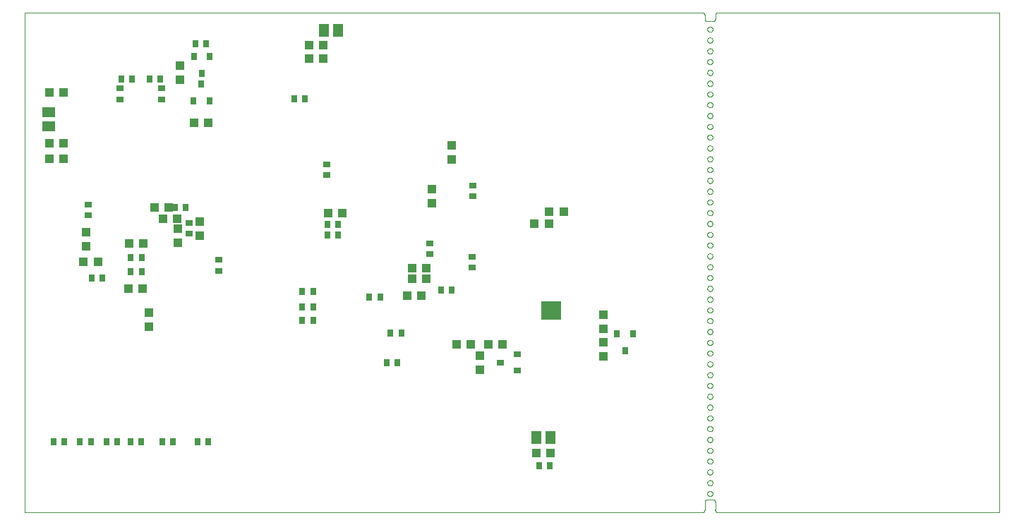
<source format=gbp>
G75*
%MOIN*%
%OFA0B0*%
%FSLAX25Y25*%
%IPPOS*%
%LPD*%
%AMOC8*
5,1,8,0,0,1.08239X$1,22.5*
%
%ADD10C,0.00000*%
%ADD11R,0.03937X0.04331*%
%ADD12R,0.02756X0.03543*%
%ADD13R,0.03543X0.02756*%
%ADD14R,0.04331X0.03937*%
%ADD15R,0.05118X0.05906*%
%ADD16R,0.05906X0.05118*%
%ADD17R,0.03100X0.03500*%
%ADD18R,0.03500X0.03100*%
%ADD19R,0.02500X0.05000*%
%ADD20R,0.09600X0.09000*%
D10*
X0032581Y0039566D02*
X0032581Y0275733D01*
X0352900Y0275733D01*
X0352963Y0275728D01*
X0353026Y0275719D01*
X0353088Y0275707D01*
X0353150Y0275690D01*
X0353210Y0275670D01*
X0353269Y0275647D01*
X0353326Y0275620D01*
X0353382Y0275589D01*
X0353436Y0275556D01*
X0353488Y0275519D01*
X0353537Y0275479D01*
X0353584Y0275436D01*
X0353628Y0275390D01*
X0353669Y0275342D01*
X0353707Y0275291D01*
X0353742Y0275238D01*
X0353774Y0275183D01*
X0353803Y0275127D01*
X0353828Y0275068D01*
X0353849Y0275009D01*
X0353867Y0274948D01*
X0353881Y0274886D01*
X0353892Y0274823D01*
X0353898Y0274760D01*
X0353901Y0274696D01*
X0353900Y0274633D01*
X0353900Y0272633D01*
X0353902Y0272573D01*
X0353907Y0272512D01*
X0353916Y0272453D01*
X0353929Y0272394D01*
X0353945Y0272335D01*
X0353965Y0272278D01*
X0353988Y0272223D01*
X0354015Y0272168D01*
X0354044Y0272116D01*
X0354077Y0272065D01*
X0354113Y0272016D01*
X0354151Y0271970D01*
X0354193Y0271926D01*
X0354237Y0271884D01*
X0354283Y0271846D01*
X0354332Y0271810D01*
X0354383Y0271777D01*
X0354435Y0271748D01*
X0354490Y0271721D01*
X0354545Y0271698D01*
X0354602Y0271678D01*
X0354661Y0271662D01*
X0354720Y0271649D01*
X0354779Y0271640D01*
X0354840Y0271635D01*
X0354900Y0271633D01*
X0357900Y0271633D01*
X0357960Y0271635D01*
X0358021Y0271640D01*
X0358080Y0271649D01*
X0358139Y0271662D01*
X0358198Y0271678D01*
X0358255Y0271698D01*
X0358310Y0271721D01*
X0358365Y0271748D01*
X0358417Y0271777D01*
X0358468Y0271810D01*
X0358517Y0271846D01*
X0358563Y0271884D01*
X0358607Y0271926D01*
X0358649Y0271970D01*
X0358687Y0272016D01*
X0358723Y0272065D01*
X0358756Y0272116D01*
X0358785Y0272168D01*
X0358812Y0272223D01*
X0358835Y0272278D01*
X0358855Y0272335D01*
X0358871Y0272394D01*
X0358884Y0272453D01*
X0358893Y0272512D01*
X0358898Y0272573D01*
X0358900Y0272633D01*
X0358900Y0274633D01*
X0358900Y0274634D02*
X0358904Y0274699D01*
X0358911Y0274764D01*
X0358922Y0274829D01*
X0358937Y0274893D01*
X0358955Y0274956D01*
X0358977Y0275018D01*
X0359003Y0275078D01*
X0359032Y0275137D01*
X0359065Y0275194D01*
X0359100Y0275248D01*
X0359139Y0275301D01*
X0359181Y0275352D01*
X0359226Y0275400D01*
X0359273Y0275445D01*
X0359323Y0275487D01*
X0359376Y0275527D01*
X0359430Y0275563D01*
X0359487Y0275596D01*
X0359545Y0275626D01*
X0359605Y0275652D01*
X0359667Y0275675D01*
X0359730Y0275694D01*
X0359793Y0275709D01*
X0359858Y0275721D01*
X0359923Y0275729D01*
X0359988Y0275733D01*
X0360054Y0275734D01*
X0360054Y0275733D02*
X0493211Y0275733D01*
X0493211Y0039566D01*
X0359967Y0039566D01*
X0359967Y0039567D02*
X0359899Y0039581D01*
X0359831Y0039600D01*
X0359764Y0039622D01*
X0359699Y0039647D01*
X0359635Y0039676D01*
X0359572Y0039708D01*
X0359512Y0039744D01*
X0359453Y0039782D01*
X0359397Y0039823D01*
X0359342Y0039868D01*
X0359290Y0039915D01*
X0359241Y0039965D01*
X0359194Y0040017D01*
X0359150Y0040072D01*
X0359109Y0040129D01*
X0359071Y0040188D01*
X0359037Y0040249D01*
X0359005Y0040311D01*
X0358977Y0040376D01*
X0358952Y0040441D01*
X0358931Y0040508D01*
X0358913Y0040576D01*
X0358898Y0040645D01*
X0358888Y0040714D01*
X0358881Y0040784D01*
X0358877Y0040854D01*
X0358878Y0040924D01*
X0358882Y0040994D01*
X0358889Y0041064D01*
X0358901Y0041133D01*
X0358900Y0041133D02*
X0358900Y0044633D01*
X0358885Y0044700D01*
X0358866Y0044767D01*
X0358843Y0044832D01*
X0358817Y0044896D01*
X0358788Y0044958D01*
X0358755Y0045019D01*
X0358719Y0045078D01*
X0358680Y0045135D01*
X0358637Y0045190D01*
X0358592Y0045242D01*
X0358544Y0045292D01*
X0358494Y0045339D01*
X0358441Y0045383D01*
X0358386Y0045424D01*
X0358328Y0045463D01*
X0358269Y0045498D01*
X0358208Y0045530D01*
X0358145Y0045558D01*
X0358080Y0045583D01*
X0358015Y0045605D01*
X0357948Y0045623D01*
X0357880Y0045637D01*
X0357812Y0045648D01*
X0357744Y0045655D01*
X0357675Y0045658D01*
X0357606Y0045657D01*
X0357537Y0045653D01*
X0357468Y0045645D01*
X0357400Y0045633D01*
X0355400Y0045633D01*
X0355332Y0045645D01*
X0355263Y0045653D01*
X0355194Y0045657D01*
X0355125Y0045658D01*
X0355056Y0045655D01*
X0354988Y0045648D01*
X0354920Y0045637D01*
X0354852Y0045623D01*
X0354785Y0045605D01*
X0354720Y0045583D01*
X0354655Y0045558D01*
X0354592Y0045530D01*
X0354531Y0045498D01*
X0354472Y0045463D01*
X0354414Y0045424D01*
X0354359Y0045383D01*
X0354306Y0045339D01*
X0354256Y0045292D01*
X0354208Y0045242D01*
X0354163Y0045190D01*
X0354120Y0045135D01*
X0354081Y0045078D01*
X0354045Y0045019D01*
X0354012Y0044958D01*
X0353983Y0044896D01*
X0353957Y0044832D01*
X0353934Y0044767D01*
X0353915Y0044700D01*
X0353900Y0044633D01*
X0353900Y0041133D01*
X0353912Y0041065D01*
X0353920Y0040996D01*
X0353924Y0040927D01*
X0353925Y0040858D01*
X0353922Y0040789D01*
X0353915Y0040721D01*
X0353904Y0040653D01*
X0353890Y0040585D01*
X0353872Y0040518D01*
X0353850Y0040453D01*
X0353825Y0040388D01*
X0353797Y0040325D01*
X0353765Y0040264D01*
X0353730Y0040205D01*
X0353691Y0040147D01*
X0353650Y0040092D01*
X0353606Y0040039D01*
X0353559Y0039989D01*
X0353509Y0039941D01*
X0353457Y0039896D01*
X0353402Y0039853D01*
X0353345Y0039814D01*
X0353286Y0039778D01*
X0353225Y0039745D01*
X0353163Y0039716D01*
X0353099Y0039690D01*
X0353034Y0039667D01*
X0352967Y0039648D01*
X0352900Y0039633D01*
X0032581Y0039566D01*
X0355150Y0048483D02*
X0355152Y0048553D01*
X0355158Y0048623D01*
X0355168Y0048692D01*
X0355181Y0048761D01*
X0355199Y0048829D01*
X0355220Y0048896D01*
X0355245Y0048961D01*
X0355274Y0049025D01*
X0355306Y0049088D01*
X0355342Y0049148D01*
X0355381Y0049206D01*
X0355423Y0049262D01*
X0355468Y0049316D01*
X0355516Y0049367D01*
X0355567Y0049415D01*
X0355621Y0049460D01*
X0355677Y0049502D01*
X0355735Y0049541D01*
X0355795Y0049577D01*
X0355858Y0049609D01*
X0355922Y0049638D01*
X0355987Y0049663D01*
X0356054Y0049684D01*
X0356122Y0049702D01*
X0356191Y0049715D01*
X0356260Y0049725D01*
X0356330Y0049731D01*
X0356400Y0049733D01*
X0356470Y0049731D01*
X0356540Y0049725D01*
X0356609Y0049715D01*
X0356678Y0049702D01*
X0356746Y0049684D01*
X0356813Y0049663D01*
X0356878Y0049638D01*
X0356942Y0049609D01*
X0357005Y0049577D01*
X0357065Y0049541D01*
X0357123Y0049502D01*
X0357179Y0049460D01*
X0357233Y0049415D01*
X0357284Y0049367D01*
X0357332Y0049316D01*
X0357377Y0049262D01*
X0357419Y0049206D01*
X0357458Y0049148D01*
X0357494Y0049088D01*
X0357526Y0049025D01*
X0357555Y0048961D01*
X0357580Y0048896D01*
X0357601Y0048829D01*
X0357619Y0048761D01*
X0357632Y0048692D01*
X0357642Y0048623D01*
X0357648Y0048553D01*
X0357650Y0048483D01*
X0357648Y0048413D01*
X0357642Y0048343D01*
X0357632Y0048274D01*
X0357619Y0048205D01*
X0357601Y0048137D01*
X0357580Y0048070D01*
X0357555Y0048005D01*
X0357526Y0047941D01*
X0357494Y0047878D01*
X0357458Y0047818D01*
X0357419Y0047760D01*
X0357377Y0047704D01*
X0357332Y0047650D01*
X0357284Y0047599D01*
X0357233Y0047551D01*
X0357179Y0047506D01*
X0357123Y0047464D01*
X0357065Y0047425D01*
X0357005Y0047389D01*
X0356942Y0047357D01*
X0356878Y0047328D01*
X0356813Y0047303D01*
X0356746Y0047282D01*
X0356678Y0047264D01*
X0356609Y0047251D01*
X0356540Y0047241D01*
X0356470Y0047235D01*
X0356400Y0047233D01*
X0356330Y0047235D01*
X0356260Y0047241D01*
X0356191Y0047251D01*
X0356122Y0047264D01*
X0356054Y0047282D01*
X0355987Y0047303D01*
X0355922Y0047328D01*
X0355858Y0047357D01*
X0355795Y0047389D01*
X0355735Y0047425D01*
X0355677Y0047464D01*
X0355621Y0047506D01*
X0355567Y0047551D01*
X0355516Y0047599D01*
X0355468Y0047650D01*
X0355423Y0047704D01*
X0355381Y0047760D01*
X0355342Y0047818D01*
X0355306Y0047878D01*
X0355274Y0047941D01*
X0355245Y0048005D01*
X0355220Y0048070D01*
X0355199Y0048137D01*
X0355181Y0048205D01*
X0355168Y0048274D01*
X0355158Y0048343D01*
X0355152Y0048413D01*
X0355150Y0048483D01*
X0355150Y0053583D02*
X0355152Y0053653D01*
X0355158Y0053723D01*
X0355168Y0053792D01*
X0355181Y0053861D01*
X0355199Y0053929D01*
X0355220Y0053996D01*
X0355245Y0054061D01*
X0355274Y0054125D01*
X0355306Y0054188D01*
X0355342Y0054248D01*
X0355381Y0054306D01*
X0355423Y0054362D01*
X0355468Y0054416D01*
X0355516Y0054467D01*
X0355567Y0054515D01*
X0355621Y0054560D01*
X0355677Y0054602D01*
X0355735Y0054641D01*
X0355795Y0054677D01*
X0355858Y0054709D01*
X0355922Y0054738D01*
X0355987Y0054763D01*
X0356054Y0054784D01*
X0356122Y0054802D01*
X0356191Y0054815D01*
X0356260Y0054825D01*
X0356330Y0054831D01*
X0356400Y0054833D01*
X0356470Y0054831D01*
X0356540Y0054825D01*
X0356609Y0054815D01*
X0356678Y0054802D01*
X0356746Y0054784D01*
X0356813Y0054763D01*
X0356878Y0054738D01*
X0356942Y0054709D01*
X0357005Y0054677D01*
X0357065Y0054641D01*
X0357123Y0054602D01*
X0357179Y0054560D01*
X0357233Y0054515D01*
X0357284Y0054467D01*
X0357332Y0054416D01*
X0357377Y0054362D01*
X0357419Y0054306D01*
X0357458Y0054248D01*
X0357494Y0054188D01*
X0357526Y0054125D01*
X0357555Y0054061D01*
X0357580Y0053996D01*
X0357601Y0053929D01*
X0357619Y0053861D01*
X0357632Y0053792D01*
X0357642Y0053723D01*
X0357648Y0053653D01*
X0357650Y0053583D01*
X0357648Y0053513D01*
X0357642Y0053443D01*
X0357632Y0053374D01*
X0357619Y0053305D01*
X0357601Y0053237D01*
X0357580Y0053170D01*
X0357555Y0053105D01*
X0357526Y0053041D01*
X0357494Y0052978D01*
X0357458Y0052918D01*
X0357419Y0052860D01*
X0357377Y0052804D01*
X0357332Y0052750D01*
X0357284Y0052699D01*
X0357233Y0052651D01*
X0357179Y0052606D01*
X0357123Y0052564D01*
X0357065Y0052525D01*
X0357005Y0052489D01*
X0356942Y0052457D01*
X0356878Y0052428D01*
X0356813Y0052403D01*
X0356746Y0052382D01*
X0356678Y0052364D01*
X0356609Y0052351D01*
X0356540Y0052341D01*
X0356470Y0052335D01*
X0356400Y0052333D01*
X0356330Y0052335D01*
X0356260Y0052341D01*
X0356191Y0052351D01*
X0356122Y0052364D01*
X0356054Y0052382D01*
X0355987Y0052403D01*
X0355922Y0052428D01*
X0355858Y0052457D01*
X0355795Y0052489D01*
X0355735Y0052525D01*
X0355677Y0052564D01*
X0355621Y0052606D01*
X0355567Y0052651D01*
X0355516Y0052699D01*
X0355468Y0052750D01*
X0355423Y0052804D01*
X0355381Y0052860D01*
X0355342Y0052918D01*
X0355306Y0052978D01*
X0355274Y0053041D01*
X0355245Y0053105D01*
X0355220Y0053170D01*
X0355199Y0053237D01*
X0355181Y0053305D01*
X0355168Y0053374D01*
X0355158Y0053443D01*
X0355152Y0053513D01*
X0355150Y0053583D01*
X0355150Y0058683D02*
X0355152Y0058753D01*
X0355158Y0058823D01*
X0355168Y0058892D01*
X0355181Y0058961D01*
X0355199Y0059029D01*
X0355220Y0059096D01*
X0355245Y0059161D01*
X0355274Y0059225D01*
X0355306Y0059288D01*
X0355342Y0059348D01*
X0355381Y0059406D01*
X0355423Y0059462D01*
X0355468Y0059516D01*
X0355516Y0059567D01*
X0355567Y0059615D01*
X0355621Y0059660D01*
X0355677Y0059702D01*
X0355735Y0059741D01*
X0355795Y0059777D01*
X0355858Y0059809D01*
X0355922Y0059838D01*
X0355987Y0059863D01*
X0356054Y0059884D01*
X0356122Y0059902D01*
X0356191Y0059915D01*
X0356260Y0059925D01*
X0356330Y0059931D01*
X0356400Y0059933D01*
X0356470Y0059931D01*
X0356540Y0059925D01*
X0356609Y0059915D01*
X0356678Y0059902D01*
X0356746Y0059884D01*
X0356813Y0059863D01*
X0356878Y0059838D01*
X0356942Y0059809D01*
X0357005Y0059777D01*
X0357065Y0059741D01*
X0357123Y0059702D01*
X0357179Y0059660D01*
X0357233Y0059615D01*
X0357284Y0059567D01*
X0357332Y0059516D01*
X0357377Y0059462D01*
X0357419Y0059406D01*
X0357458Y0059348D01*
X0357494Y0059288D01*
X0357526Y0059225D01*
X0357555Y0059161D01*
X0357580Y0059096D01*
X0357601Y0059029D01*
X0357619Y0058961D01*
X0357632Y0058892D01*
X0357642Y0058823D01*
X0357648Y0058753D01*
X0357650Y0058683D01*
X0357648Y0058613D01*
X0357642Y0058543D01*
X0357632Y0058474D01*
X0357619Y0058405D01*
X0357601Y0058337D01*
X0357580Y0058270D01*
X0357555Y0058205D01*
X0357526Y0058141D01*
X0357494Y0058078D01*
X0357458Y0058018D01*
X0357419Y0057960D01*
X0357377Y0057904D01*
X0357332Y0057850D01*
X0357284Y0057799D01*
X0357233Y0057751D01*
X0357179Y0057706D01*
X0357123Y0057664D01*
X0357065Y0057625D01*
X0357005Y0057589D01*
X0356942Y0057557D01*
X0356878Y0057528D01*
X0356813Y0057503D01*
X0356746Y0057482D01*
X0356678Y0057464D01*
X0356609Y0057451D01*
X0356540Y0057441D01*
X0356470Y0057435D01*
X0356400Y0057433D01*
X0356330Y0057435D01*
X0356260Y0057441D01*
X0356191Y0057451D01*
X0356122Y0057464D01*
X0356054Y0057482D01*
X0355987Y0057503D01*
X0355922Y0057528D01*
X0355858Y0057557D01*
X0355795Y0057589D01*
X0355735Y0057625D01*
X0355677Y0057664D01*
X0355621Y0057706D01*
X0355567Y0057751D01*
X0355516Y0057799D01*
X0355468Y0057850D01*
X0355423Y0057904D01*
X0355381Y0057960D01*
X0355342Y0058018D01*
X0355306Y0058078D01*
X0355274Y0058141D01*
X0355245Y0058205D01*
X0355220Y0058270D01*
X0355199Y0058337D01*
X0355181Y0058405D01*
X0355168Y0058474D01*
X0355158Y0058543D01*
X0355152Y0058613D01*
X0355150Y0058683D01*
X0355150Y0063783D02*
X0355152Y0063853D01*
X0355158Y0063923D01*
X0355168Y0063992D01*
X0355181Y0064061D01*
X0355199Y0064129D01*
X0355220Y0064196D01*
X0355245Y0064261D01*
X0355274Y0064325D01*
X0355306Y0064388D01*
X0355342Y0064448D01*
X0355381Y0064506D01*
X0355423Y0064562D01*
X0355468Y0064616D01*
X0355516Y0064667D01*
X0355567Y0064715D01*
X0355621Y0064760D01*
X0355677Y0064802D01*
X0355735Y0064841D01*
X0355795Y0064877D01*
X0355858Y0064909D01*
X0355922Y0064938D01*
X0355987Y0064963D01*
X0356054Y0064984D01*
X0356122Y0065002D01*
X0356191Y0065015D01*
X0356260Y0065025D01*
X0356330Y0065031D01*
X0356400Y0065033D01*
X0356470Y0065031D01*
X0356540Y0065025D01*
X0356609Y0065015D01*
X0356678Y0065002D01*
X0356746Y0064984D01*
X0356813Y0064963D01*
X0356878Y0064938D01*
X0356942Y0064909D01*
X0357005Y0064877D01*
X0357065Y0064841D01*
X0357123Y0064802D01*
X0357179Y0064760D01*
X0357233Y0064715D01*
X0357284Y0064667D01*
X0357332Y0064616D01*
X0357377Y0064562D01*
X0357419Y0064506D01*
X0357458Y0064448D01*
X0357494Y0064388D01*
X0357526Y0064325D01*
X0357555Y0064261D01*
X0357580Y0064196D01*
X0357601Y0064129D01*
X0357619Y0064061D01*
X0357632Y0063992D01*
X0357642Y0063923D01*
X0357648Y0063853D01*
X0357650Y0063783D01*
X0357648Y0063713D01*
X0357642Y0063643D01*
X0357632Y0063574D01*
X0357619Y0063505D01*
X0357601Y0063437D01*
X0357580Y0063370D01*
X0357555Y0063305D01*
X0357526Y0063241D01*
X0357494Y0063178D01*
X0357458Y0063118D01*
X0357419Y0063060D01*
X0357377Y0063004D01*
X0357332Y0062950D01*
X0357284Y0062899D01*
X0357233Y0062851D01*
X0357179Y0062806D01*
X0357123Y0062764D01*
X0357065Y0062725D01*
X0357005Y0062689D01*
X0356942Y0062657D01*
X0356878Y0062628D01*
X0356813Y0062603D01*
X0356746Y0062582D01*
X0356678Y0062564D01*
X0356609Y0062551D01*
X0356540Y0062541D01*
X0356470Y0062535D01*
X0356400Y0062533D01*
X0356330Y0062535D01*
X0356260Y0062541D01*
X0356191Y0062551D01*
X0356122Y0062564D01*
X0356054Y0062582D01*
X0355987Y0062603D01*
X0355922Y0062628D01*
X0355858Y0062657D01*
X0355795Y0062689D01*
X0355735Y0062725D01*
X0355677Y0062764D01*
X0355621Y0062806D01*
X0355567Y0062851D01*
X0355516Y0062899D01*
X0355468Y0062950D01*
X0355423Y0063004D01*
X0355381Y0063060D01*
X0355342Y0063118D01*
X0355306Y0063178D01*
X0355274Y0063241D01*
X0355245Y0063305D01*
X0355220Y0063370D01*
X0355199Y0063437D01*
X0355181Y0063505D01*
X0355168Y0063574D01*
X0355158Y0063643D01*
X0355152Y0063713D01*
X0355150Y0063783D01*
X0355150Y0068883D02*
X0355152Y0068953D01*
X0355158Y0069023D01*
X0355168Y0069092D01*
X0355181Y0069161D01*
X0355199Y0069229D01*
X0355220Y0069296D01*
X0355245Y0069361D01*
X0355274Y0069425D01*
X0355306Y0069488D01*
X0355342Y0069548D01*
X0355381Y0069606D01*
X0355423Y0069662D01*
X0355468Y0069716D01*
X0355516Y0069767D01*
X0355567Y0069815D01*
X0355621Y0069860D01*
X0355677Y0069902D01*
X0355735Y0069941D01*
X0355795Y0069977D01*
X0355858Y0070009D01*
X0355922Y0070038D01*
X0355987Y0070063D01*
X0356054Y0070084D01*
X0356122Y0070102D01*
X0356191Y0070115D01*
X0356260Y0070125D01*
X0356330Y0070131D01*
X0356400Y0070133D01*
X0356470Y0070131D01*
X0356540Y0070125D01*
X0356609Y0070115D01*
X0356678Y0070102D01*
X0356746Y0070084D01*
X0356813Y0070063D01*
X0356878Y0070038D01*
X0356942Y0070009D01*
X0357005Y0069977D01*
X0357065Y0069941D01*
X0357123Y0069902D01*
X0357179Y0069860D01*
X0357233Y0069815D01*
X0357284Y0069767D01*
X0357332Y0069716D01*
X0357377Y0069662D01*
X0357419Y0069606D01*
X0357458Y0069548D01*
X0357494Y0069488D01*
X0357526Y0069425D01*
X0357555Y0069361D01*
X0357580Y0069296D01*
X0357601Y0069229D01*
X0357619Y0069161D01*
X0357632Y0069092D01*
X0357642Y0069023D01*
X0357648Y0068953D01*
X0357650Y0068883D01*
X0357648Y0068813D01*
X0357642Y0068743D01*
X0357632Y0068674D01*
X0357619Y0068605D01*
X0357601Y0068537D01*
X0357580Y0068470D01*
X0357555Y0068405D01*
X0357526Y0068341D01*
X0357494Y0068278D01*
X0357458Y0068218D01*
X0357419Y0068160D01*
X0357377Y0068104D01*
X0357332Y0068050D01*
X0357284Y0067999D01*
X0357233Y0067951D01*
X0357179Y0067906D01*
X0357123Y0067864D01*
X0357065Y0067825D01*
X0357005Y0067789D01*
X0356942Y0067757D01*
X0356878Y0067728D01*
X0356813Y0067703D01*
X0356746Y0067682D01*
X0356678Y0067664D01*
X0356609Y0067651D01*
X0356540Y0067641D01*
X0356470Y0067635D01*
X0356400Y0067633D01*
X0356330Y0067635D01*
X0356260Y0067641D01*
X0356191Y0067651D01*
X0356122Y0067664D01*
X0356054Y0067682D01*
X0355987Y0067703D01*
X0355922Y0067728D01*
X0355858Y0067757D01*
X0355795Y0067789D01*
X0355735Y0067825D01*
X0355677Y0067864D01*
X0355621Y0067906D01*
X0355567Y0067951D01*
X0355516Y0067999D01*
X0355468Y0068050D01*
X0355423Y0068104D01*
X0355381Y0068160D01*
X0355342Y0068218D01*
X0355306Y0068278D01*
X0355274Y0068341D01*
X0355245Y0068405D01*
X0355220Y0068470D01*
X0355199Y0068537D01*
X0355181Y0068605D01*
X0355168Y0068674D01*
X0355158Y0068743D01*
X0355152Y0068813D01*
X0355150Y0068883D01*
X0355150Y0073983D02*
X0355152Y0074053D01*
X0355158Y0074123D01*
X0355168Y0074192D01*
X0355181Y0074261D01*
X0355199Y0074329D01*
X0355220Y0074396D01*
X0355245Y0074461D01*
X0355274Y0074525D01*
X0355306Y0074588D01*
X0355342Y0074648D01*
X0355381Y0074706D01*
X0355423Y0074762D01*
X0355468Y0074816D01*
X0355516Y0074867D01*
X0355567Y0074915D01*
X0355621Y0074960D01*
X0355677Y0075002D01*
X0355735Y0075041D01*
X0355795Y0075077D01*
X0355858Y0075109D01*
X0355922Y0075138D01*
X0355987Y0075163D01*
X0356054Y0075184D01*
X0356122Y0075202D01*
X0356191Y0075215D01*
X0356260Y0075225D01*
X0356330Y0075231D01*
X0356400Y0075233D01*
X0356470Y0075231D01*
X0356540Y0075225D01*
X0356609Y0075215D01*
X0356678Y0075202D01*
X0356746Y0075184D01*
X0356813Y0075163D01*
X0356878Y0075138D01*
X0356942Y0075109D01*
X0357005Y0075077D01*
X0357065Y0075041D01*
X0357123Y0075002D01*
X0357179Y0074960D01*
X0357233Y0074915D01*
X0357284Y0074867D01*
X0357332Y0074816D01*
X0357377Y0074762D01*
X0357419Y0074706D01*
X0357458Y0074648D01*
X0357494Y0074588D01*
X0357526Y0074525D01*
X0357555Y0074461D01*
X0357580Y0074396D01*
X0357601Y0074329D01*
X0357619Y0074261D01*
X0357632Y0074192D01*
X0357642Y0074123D01*
X0357648Y0074053D01*
X0357650Y0073983D01*
X0357648Y0073913D01*
X0357642Y0073843D01*
X0357632Y0073774D01*
X0357619Y0073705D01*
X0357601Y0073637D01*
X0357580Y0073570D01*
X0357555Y0073505D01*
X0357526Y0073441D01*
X0357494Y0073378D01*
X0357458Y0073318D01*
X0357419Y0073260D01*
X0357377Y0073204D01*
X0357332Y0073150D01*
X0357284Y0073099D01*
X0357233Y0073051D01*
X0357179Y0073006D01*
X0357123Y0072964D01*
X0357065Y0072925D01*
X0357005Y0072889D01*
X0356942Y0072857D01*
X0356878Y0072828D01*
X0356813Y0072803D01*
X0356746Y0072782D01*
X0356678Y0072764D01*
X0356609Y0072751D01*
X0356540Y0072741D01*
X0356470Y0072735D01*
X0356400Y0072733D01*
X0356330Y0072735D01*
X0356260Y0072741D01*
X0356191Y0072751D01*
X0356122Y0072764D01*
X0356054Y0072782D01*
X0355987Y0072803D01*
X0355922Y0072828D01*
X0355858Y0072857D01*
X0355795Y0072889D01*
X0355735Y0072925D01*
X0355677Y0072964D01*
X0355621Y0073006D01*
X0355567Y0073051D01*
X0355516Y0073099D01*
X0355468Y0073150D01*
X0355423Y0073204D01*
X0355381Y0073260D01*
X0355342Y0073318D01*
X0355306Y0073378D01*
X0355274Y0073441D01*
X0355245Y0073505D01*
X0355220Y0073570D01*
X0355199Y0073637D01*
X0355181Y0073705D01*
X0355168Y0073774D01*
X0355158Y0073843D01*
X0355152Y0073913D01*
X0355150Y0073983D01*
X0355150Y0079083D02*
X0355152Y0079153D01*
X0355158Y0079223D01*
X0355168Y0079292D01*
X0355181Y0079361D01*
X0355199Y0079429D01*
X0355220Y0079496D01*
X0355245Y0079561D01*
X0355274Y0079625D01*
X0355306Y0079688D01*
X0355342Y0079748D01*
X0355381Y0079806D01*
X0355423Y0079862D01*
X0355468Y0079916D01*
X0355516Y0079967D01*
X0355567Y0080015D01*
X0355621Y0080060D01*
X0355677Y0080102D01*
X0355735Y0080141D01*
X0355795Y0080177D01*
X0355858Y0080209D01*
X0355922Y0080238D01*
X0355987Y0080263D01*
X0356054Y0080284D01*
X0356122Y0080302D01*
X0356191Y0080315D01*
X0356260Y0080325D01*
X0356330Y0080331D01*
X0356400Y0080333D01*
X0356470Y0080331D01*
X0356540Y0080325D01*
X0356609Y0080315D01*
X0356678Y0080302D01*
X0356746Y0080284D01*
X0356813Y0080263D01*
X0356878Y0080238D01*
X0356942Y0080209D01*
X0357005Y0080177D01*
X0357065Y0080141D01*
X0357123Y0080102D01*
X0357179Y0080060D01*
X0357233Y0080015D01*
X0357284Y0079967D01*
X0357332Y0079916D01*
X0357377Y0079862D01*
X0357419Y0079806D01*
X0357458Y0079748D01*
X0357494Y0079688D01*
X0357526Y0079625D01*
X0357555Y0079561D01*
X0357580Y0079496D01*
X0357601Y0079429D01*
X0357619Y0079361D01*
X0357632Y0079292D01*
X0357642Y0079223D01*
X0357648Y0079153D01*
X0357650Y0079083D01*
X0357648Y0079013D01*
X0357642Y0078943D01*
X0357632Y0078874D01*
X0357619Y0078805D01*
X0357601Y0078737D01*
X0357580Y0078670D01*
X0357555Y0078605D01*
X0357526Y0078541D01*
X0357494Y0078478D01*
X0357458Y0078418D01*
X0357419Y0078360D01*
X0357377Y0078304D01*
X0357332Y0078250D01*
X0357284Y0078199D01*
X0357233Y0078151D01*
X0357179Y0078106D01*
X0357123Y0078064D01*
X0357065Y0078025D01*
X0357005Y0077989D01*
X0356942Y0077957D01*
X0356878Y0077928D01*
X0356813Y0077903D01*
X0356746Y0077882D01*
X0356678Y0077864D01*
X0356609Y0077851D01*
X0356540Y0077841D01*
X0356470Y0077835D01*
X0356400Y0077833D01*
X0356330Y0077835D01*
X0356260Y0077841D01*
X0356191Y0077851D01*
X0356122Y0077864D01*
X0356054Y0077882D01*
X0355987Y0077903D01*
X0355922Y0077928D01*
X0355858Y0077957D01*
X0355795Y0077989D01*
X0355735Y0078025D01*
X0355677Y0078064D01*
X0355621Y0078106D01*
X0355567Y0078151D01*
X0355516Y0078199D01*
X0355468Y0078250D01*
X0355423Y0078304D01*
X0355381Y0078360D01*
X0355342Y0078418D01*
X0355306Y0078478D01*
X0355274Y0078541D01*
X0355245Y0078605D01*
X0355220Y0078670D01*
X0355199Y0078737D01*
X0355181Y0078805D01*
X0355168Y0078874D01*
X0355158Y0078943D01*
X0355152Y0079013D01*
X0355150Y0079083D01*
X0355150Y0084183D02*
X0355152Y0084253D01*
X0355158Y0084323D01*
X0355168Y0084392D01*
X0355181Y0084461D01*
X0355199Y0084529D01*
X0355220Y0084596D01*
X0355245Y0084661D01*
X0355274Y0084725D01*
X0355306Y0084788D01*
X0355342Y0084848D01*
X0355381Y0084906D01*
X0355423Y0084962D01*
X0355468Y0085016D01*
X0355516Y0085067D01*
X0355567Y0085115D01*
X0355621Y0085160D01*
X0355677Y0085202D01*
X0355735Y0085241D01*
X0355795Y0085277D01*
X0355858Y0085309D01*
X0355922Y0085338D01*
X0355987Y0085363D01*
X0356054Y0085384D01*
X0356122Y0085402D01*
X0356191Y0085415D01*
X0356260Y0085425D01*
X0356330Y0085431D01*
X0356400Y0085433D01*
X0356470Y0085431D01*
X0356540Y0085425D01*
X0356609Y0085415D01*
X0356678Y0085402D01*
X0356746Y0085384D01*
X0356813Y0085363D01*
X0356878Y0085338D01*
X0356942Y0085309D01*
X0357005Y0085277D01*
X0357065Y0085241D01*
X0357123Y0085202D01*
X0357179Y0085160D01*
X0357233Y0085115D01*
X0357284Y0085067D01*
X0357332Y0085016D01*
X0357377Y0084962D01*
X0357419Y0084906D01*
X0357458Y0084848D01*
X0357494Y0084788D01*
X0357526Y0084725D01*
X0357555Y0084661D01*
X0357580Y0084596D01*
X0357601Y0084529D01*
X0357619Y0084461D01*
X0357632Y0084392D01*
X0357642Y0084323D01*
X0357648Y0084253D01*
X0357650Y0084183D01*
X0357648Y0084113D01*
X0357642Y0084043D01*
X0357632Y0083974D01*
X0357619Y0083905D01*
X0357601Y0083837D01*
X0357580Y0083770D01*
X0357555Y0083705D01*
X0357526Y0083641D01*
X0357494Y0083578D01*
X0357458Y0083518D01*
X0357419Y0083460D01*
X0357377Y0083404D01*
X0357332Y0083350D01*
X0357284Y0083299D01*
X0357233Y0083251D01*
X0357179Y0083206D01*
X0357123Y0083164D01*
X0357065Y0083125D01*
X0357005Y0083089D01*
X0356942Y0083057D01*
X0356878Y0083028D01*
X0356813Y0083003D01*
X0356746Y0082982D01*
X0356678Y0082964D01*
X0356609Y0082951D01*
X0356540Y0082941D01*
X0356470Y0082935D01*
X0356400Y0082933D01*
X0356330Y0082935D01*
X0356260Y0082941D01*
X0356191Y0082951D01*
X0356122Y0082964D01*
X0356054Y0082982D01*
X0355987Y0083003D01*
X0355922Y0083028D01*
X0355858Y0083057D01*
X0355795Y0083089D01*
X0355735Y0083125D01*
X0355677Y0083164D01*
X0355621Y0083206D01*
X0355567Y0083251D01*
X0355516Y0083299D01*
X0355468Y0083350D01*
X0355423Y0083404D01*
X0355381Y0083460D01*
X0355342Y0083518D01*
X0355306Y0083578D01*
X0355274Y0083641D01*
X0355245Y0083705D01*
X0355220Y0083770D01*
X0355199Y0083837D01*
X0355181Y0083905D01*
X0355168Y0083974D01*
X0355158Y0084043D01*
X0355152Y0084113D01*
X0355150Y0084183D01*
X0355150Y0089283D02*
X0355152Y0089353D01*
X0355158Y0089423D01*
X0355168Y0089492D01*
X0355181Y0089561D01*
X0355199Y0089629D01*
X0355220Y0089696D01*
X0355245Y0089761D01*
X0355274Y0089825D01*
X0355306Y0089888D01*
X0355342Y0089948D01*
X0355381Y0090006D01*
X0355423Y0090062D01*
X0355468Y0090116D01*
X0355516Y0090167D01*
X0355567Y0090215D01*
X0355621Y0090260D01*
X0355677Y0090302D01*
X0355735Y0090341D01*
X0355795Y0090377D01*
X0355858Y0090409D01*
X0355922Y0090438D01*
X0355987Y0090463D01*
X0356054Y0090484D01*
X0356122Y0090502D01*
X0356191Y0090515D01*
X0356260Y0090525D01*
X0356330Y0090531D01*
X0356400Y0090533D01*
X0356470Y0090531D01*
X0356540Y0090525D01*
X0356609Y0090515D01*
X0356678Y0090502D01*
X0356746Y0090484D01*
X0356813Y0090463D01*
X0356878Y0090438D01*
X0356942Y0090409D01*
X0357005Y0090377D01*
X0357065Y0090341D01*
X0357123Y0090302D01*
X0357179Y0090260D01*
X0357233Y0090215D01*
X0357284Y0090167D01*
X0357332Y0090116D01*
X0357377Y0090062D01*
X0357419Y0090006D01*
X0357458Y0089948D01*
X0357494Y0089888D01*
X0357526Y0089825D01*
X0357555Y0089761D01*
X0357580Y0089696D01*
X0357601Y0089629D01*
X0357619Y0089561D01*
X0357632Y0089492D01*
X0357642Y0089423D01*
X0357648Y0089353D01*
X0357650Y0089283D01*
X0357648Y0089213D01*
X0357642Y0089143D01*
X0357632Y0089074D01*
X0357619Y0089005D01*
X0357601Y0088937D01*
X0357580Y0088870D01*
X0357555Y0088805D01*
X0357526Y0088741D01*
X0357494Y0088678D01*
X0357458Y0088618D01*
X0357419Y0088560D01*
X0357377Y0088504D01*
X0357332Y0088450D01*
X0357284Y0088399D01*
X0357233Y0088351D01*
X0357179Y0088306D01*
X0357123Y0088264D01*
X0357065Y0088225D01*
X0357005Y0088189D01*
X0356942Y0088157D01*
X0356878Y0088128D01*
X0356813Y0088103D01*
X0356746Y0088082D01*
X0356678Y0088064D01*
X0356609Y0088051D01*
X0356540Y0088041D01*
X0356470Y0088035D01*
X0356400Y0088033D01*
X0356330Y0088035D01*
X0356260Y0088041D01*
X0356191Y0088051D01*
X0356122Y0088064D01*
X0356054Y0088082D01*
X0355987Y0088103D01*
X0355922Y0088128D01*
X0355858Y0088157D01*
X0355795Y0088189D01*
X0355735Y0088225D01*
X0355677Y0088264D01*
X0355621Y0088306D01*
X0355567Y0088351D01*
X0355516Y0088399D01*
X0355468Y0088450D01*
X0355423Y0088504D01*
X0355381Y0088560D01*
X0355342Y0088618D01*
X0355306Y0088678D01*
X0355274Y0088741D01*
X0355245Y0088805D01*
X0355220Y0088870D01*
X0355199Y0088937D01*
X0355181Y0089005D01*
X0355168Y0089074D01*
X0355158Y0089143D01*
X0355152Y0089213D01*
X0355150Y0089283D01*
X0355150Y0094383D02*
X0355152Y0094453D01*
X0355158Y0094523D01*
X0355168Y0094592D01*
X0355181Y0094661D01*
X0355199Y0094729D01*
X0355220Y0094796D01*
X0355245Y0094861D01*
X0355274Y0094925D01*
X0355306Y0094988D01*
X0355342Y0095048D01*
X0355381Y0095106D01*
X0355423Y0095162D01*
X0355468Y0095216D01*
X0355516Y0095267D01*
X0355567Y0095315D01*
X0355621Y0095360D01*
X0355677Y0095402D01*
X0355735Y0095441D01*
X0355795Y0095477D01*
X0355858Y0095509D01*
X0355922Y0095538D01*
X0355987Y0095563D01*
X0356054Y0095584D01*
X0356122Y0095602D01*
X0356191Y0095615D01*
X0356260Y0095625D01*
X0356330Y0095631D01*
X0356400Y0095633D01*
X0356470Y0095631D01*
X0356540Y0095625D01*
X0356609Y0095615D01*
X0356678Y0095602D01*
X0356746Y0095584D01*
X0356813Y0095563D01*
X0356878Y0095538D01*
X0356942Y0095509D01*
X0357005Y0095477D01*
X0357065Y0095441D01*
X0357123Y0095402D01*
X0357179Y0095360D01*
X0357233Y0095315D01*
X0357284Y0095267D01*
X0357332Y0095216D01*
X0357377Y0095162D01*
X0357419Y0095106D01*
X0357458Y0095048D01*
X0357494Y0094988D01*
X0357526Y0094925D01*
X0357555Y0094861D01*
X0357580Y0094796D01*
X0357601Y0094729D01*
X0357619Y0094661D01*
X0357632Y0094592D01*
X0357642Y0094523D01*
X0357648Y0094453D01*
X0357650Y0094383D01*
X0357648Y0094313D01*
X0357642Y0094243D01*
X0357632Y0094174D01*
X0357619Y0094105D01*
X0357601Y0094037D01*
X0357580Y0093970D01*
X0357555Y0093905D01*
X0357526Y0093841D01*
X0357494Y0093778D01*
X0357458Y0093718D01*
X0357419Y0093660D01*
X0357377Y0093604D01*
X0357332Y0093550D01*
X0357284Y0093499D01*
X0357233Y0093451D01*
X0357179Y0093406D01*
X0357123Y0093364D01*
X0357065Y0093325D01*
X0357005Y0093289D01*
X0356942Y0093257D01*
X0356878Y0093228D01*
X0356813Y0093203D01*
X0356746Y0093182D01*
X0356678Y0093164D01*
X0356609Y0093151D01*
X0356540Y0093141D01*
X0356470Y0093135D01*
X0356400Y0093133D01*
X0356330Y0093135D01*
X0356260Y0093141D01*
X0356191Y0093151D01*
X0356122Y0093164D01*
X0356054Y0093182D01*
X0355987Y0093203D01*
X0355922Y0093228D01*
X0355858Y0093257D01*
X0355795Y0093289D01*
X0355735Y0093325D01*
X0355677Y0093364D01*
X0355621Y0093406D01*
X0355567Y0093451D01*
X0355516Y0093499D01*
X0355468Y0093550D01*
X0355423Y0093604D01*
X0355381Y0093660D01*
X0355342Y0093718D01*
X0355306Y0093778D01*
X0355274Y0093841D01*
X0355245Y0093905D01*
X0355220Y0093970D01*
X0355199Y0094037D01*
X0355181Y0094105D01*
X0355168Y0094174D01*
X0355158Y0094243D01*
X0355152Y0094313D01*
X0355150Y0094383D01*
X0355150Y0099483D02*
X0355152Y0099553D01*
X0355158Y0099623D01*
X0355168Y0099692D01*
X0355181Y0099761D01*
X0355199Y0099829D01*
X0355220Y0099896D01*
X0355245Y0099961D01*
X0355274Y0100025D01*
X0355306Y0100088D01*
X0355342Y0100148D01*
X0355381Y0100206D01*
X0355423Y0100262D01*
X0355468Y0100316D01*
X0355516Y0100367D01*
X0355567Y0100415D01*
X0355621Y0100460D01*
X0355677Y0100502D01*
X0355735Y0100541D01*
X0355795Y0100577D01*
X0355858Y0100609D01*
X0355922Y0100638D01*
X0355987Y0100663D01*
X0356054Y0100684D01*
X0356122Y0100702D01*
X0356191Y0100715D01*
X0356260Y0100725D01*
X0356330Y0100731D01*
X0356400Y0100733D01*
X0356470Y0100731D01*
X0356540Y0100725D01*
X0356609Y0100715D01*
X0356678Y0100702D01*
X0356746Y0100684D01*
X0356813Y0100663D01*
X0356878Y0100638D01*
X0356942Y0100609D01*
X0357005Y0100577D01*
X0357065Y0100541D01*
X0357123Y0100502D01*
X0357179Y0100460D01*
X0357233Y0100415D01*
X0357284Y0100367D01*
X0357332Y0100316D01*
X0357377Y0100262D01*
X0357419Y0100206D01*
X0357458Y0100148D01*
X0357494Y0100088D01*
X0357526Y0100025D01*
X0357555Y0099961D01*
X0357580Y0099896D01*
X0357601Y0099829D01*
X0357619Y0099761D01*
X0357632Y0099692D01*
X0357642Y0099623D01*
X0357648Y0099553D01*
X0357650Y0099483D01*
X0357648Y0099413D01*
X0357642Y0099343D01*
X0357632Y0099274D01*
X0357619Y0099205D01*
X0357601Y0099137D01*
X0357580Y0099070D01*
X0357555Y0099005D01*
X0357526Y0098941D01*
X0357494Y0098878D01*
X0357458Y0098818D01*
X0357419Y0098760D01*
X0357377Y0098704D01*
X0357332Y0098650D01*
X0357284Y0098599D01*
X0357233Y0098551D01*
X0357179Y0098506D01*
X0357123Y0098464D01*
X0357065Y0098425D01*
X0357005Y0098389D01*
X0356942Y0098357D01*
X0356878Y0098328D01*
X0356813Y0098303D01*
X0356746Y0098282D01*
X0356678Y0098264D01*
X0356609Y0098251D01*
X0356540Y0098241D01*
X0356470Y0098235D01*
X0356400Y0098233D01*
X0356330Y0098235D01*
X0356260Y0098241D01*
X0356191Y0098251D01*
X0356122Y0098264D01*
X0356054Y0098282D01*
X0355987Y0098303D01*
X0355922Y0098328D01*
X0355858Y0098357D01*
X0355795Y0098389D01*
X0355735Y0098425D01*
X0355677Y0098464D01*
X0355621Y0098506D01*
X0355567Y0098551D01*
X0355516Y0098599D01*
X0355468Y0098650D01*
X0355423Y0098704D01*
X0355381Y0098760D01*
X0355342Y0098818D01*
X0355306Y0098878D01*
X0355274Y0098941D01*
X0355245Y0099005D01*
X0355220Y0099070D01*
X0355199Y0099137D01*
X0355181Y0099205D01*
X0355168Y0099274D01*
X0355158Y0099343D01*
X0355152Y0099413D01*
X0355150Y0099483D01*
X0355150Y0104583D02*
X0355152Y0104653D01*
X0355158Y0104723D01*
X0355168Y0104792D01*
X0355181Y0104861D01*
X0355199Y0104929D01*
X0355220Y0104996D01*
X0355245Y0105061D01*
X0355274Y0105125D01*
X0355306Y0105188D01*
X0355342Y0105248D01*
X0355381Y0105306D01*
X0355423Y0105362D01*
X0355468Y0105416D01*
X0355516Y0105467D01*
X0355567Y0105515D01*
X0355621Y0105560D01*
X0355677Y0105602D01*
X0355735Y0105641D01*
X0355795Y0105677D01*
X0355858Y0105709D01*
X0355922Y0105738D01*
X0355987Y0105763D01*
X0356054Y0105784D01*
X0356122Y0105802D01*
X0356191Y0105815D01*
X0356260Y0105825D01*
X0356330Y0105831D01*
X0356400Y0105833D01*
X0356470Y0105831D01*
X0356540Y0105825D01*
X0356609Y0105815D01*
X0356678Y0105802D01*
X0356746Y0105784D01*
X0356813Y0105763D01*
X0356878Y0105738D01*
X0356942Y0105709D01*
X0357005Y0105677D01*
X0357065Y0105641D01*
X0357123Y0105602D01*
X0357179Y0105560D01*
X0357233Y0105515D01*
X0357284Y0105467D01*
X0357332Y0105416D01*
X0357377Y0105362D01*
X0357419Y0105306D01*
X0357458Y0105248D01*
X0357494Y0105188D01*
X0357526Y0105125D01*
X0357555Y0105061D01*
X0357580Y0104996D01*
X0357601Y0104929D01*
X0357619Y0104861D01*
X0357632Y0104792D01*
X0357642Y0104723D01*
X0357648Y0104653D01*
X0357650Y0104583D01*
X0357648Y0104513D01*
X0357642Y0104443D01*
X0357632Y0104374D01*
X0357619Y0104305D01*
X0357601Y0104237D01*
X0357580Y0104170D01*
X0357555Y0104105D01*
X0357526Y0104041D01*
X0357494Y0103978D01*
X0357458Y0103918D01*
X0357419Y0103860D01*
X0357377Y0103804D01*
X0357332Y0103750D01*
X0357284Y0103699D01*
X0357233Y0103651D01*
X0357179Y0103606D01*
X0357123Y0103564D01*
X0357065Y0103525D01*
X0357005Y0103489D01*
X0356942Y0103457D01*
X0356878Y0103428D01*
X0356813Y0103403D01*
X0356746Y0103382D01*
X0356678Y0103364D01*
X0356609Y0103351D01*
X0356540Y0103341D01*
X0356470Y0103335D01*
X0356400Y0103333D01*
X0356330Y0103335D01*
X0356260Y0103341D01*
X0356191Y0103351D01*
X0356122Y0103364D01*
X0356054Y0103382D01*
X0355987Y0103403D01*
X0355922Y0103428D01*
X0355858Y0103457D01*
X0355795Y0103489D01*
X0355735Y0103525D01*
X0355677Y0103564D01*
X0355621Y0103606D01*
X0355567Y0103651D01*
X0355516Y0103699D01*
X0355468Y0103750D01*
X0355423Y0103804D01*
X0355381Y0103860D01*
X0355342Y0103918D01*
X0355306Y0103978D01*
X0355274Y0104041D01*
X0355245Y0104105D01*
X0355220Y0104170D01*
X0355199Y0104237D01*
X0355181Y0104305D01*
X0355168Y0104374D01*
X0355158Y0104443D01*
X0355152Y0104513D01*
X0355150Y0104583D01*
X0355150Y0109683D02*
X0355152Y0109753D01*
X0355158Y0109823D01*
X0355168Y0109892D01*
X0355181Y0109961D01*
X0355199Y0110029D01*
X0355220Y0110096D01*
X0355245Y0110161D01*
X0355274Y0110225D01*
X0355306Y0110288D01*
X0355342Y0110348D01*
X0355381Y0110406D01*
X0355423Y0110462D01*
X0355468Y0110516D01*
X0355516Y0110567D01*
X0355567Y0110615D01*
X0355621Y0110660D01*
X0355677Y0110702D01*
X0355735Y0110741D01*
X0355795Y0110777D01*
X0355858Y0110809D01*
X0355922Y0110838D01*
X0355987Y0110863D01*
X0356054Y0110884D01*
X0356122Y0110902D01*
X0356191Y0110915D01*
X0356260Y0110925D01*
X0356330Y0110931D01*
X0356400Y0110933D01*
X0356470Y0110931D01*
X0356540Y0110925D01*
X0356609Y0110915D01*
X0356678Y0110902D01*
X0356746Y0110884D01*
X0356813Y0110863D01*
X0356878Y0110838D01*
X0356942Y0110809D01*
X0357005Y0110777D01*
X0357065Y0110741D01*
X0357123Y0110702D01*
X0357179Y0110660D01*
X0357233Y0110615D01*
X0357284Y0110567D01*
X0357332Y0110516D01*
X0357377Y0110462D01*
X0357419Y0110406D01*
X0357458Y0110348D01*
X0357494Y0110288D01*
X0357526Y0110225D01*
X0357555Y0110161D01*
X0357580Y0110096D01*
X0357601Y0110029D01*
X0357619Y0109961D01*
X0357632Y0109892D01*
X0357642Y0109823D01*
X0357648Y0109753D01*
X0357650Y0109683D01*
X0357648Y0109613D01*
X0357642Y0109543D01*
X0357632Y0109474D01*
X0357619Y0109405D01*
X0357601Y0109337D01*
X0357580Y0109270D01*
X0357555Y0109205D01*
X0357526Y0109141D01*
X0357494Y0109078D01*
X0357458Y0109018D01*
X0357419Y0108960D01*
X0357377Y0108904D01*
X0357332Y0108850D01*
X0357284Y0108799D01*
X0357233Y0108751D01*
X0357179Y0108706D01*
X0357123Y0108664D01*
X0357065Y0108625D01*
X0357005Y0108589D01*
X0356942Y0108557D01*
X0356878Y0108528D01*
X0356813Y0108503D01*
X0356746Y0108482D01*
X0356678Y0108464D01*
X0356609Y0108451D01*
X0356540Y0108441D01*
X0356470Y0108435D01*
X0356400Y0108433D01*
X0356330Y0108435D01*
X0356260Y0108441D01*
X0356191Y0108451D01*
X0356122Y0108464D01*
X0356054Y0108482D01*
X0355987Y0108503D01*
X0355922Y0108528D01*
X0355858Y0108557D01*
X0355795Y0108589D01*
X0355735Y0108625D01*
X0355677Y0108664D01*
X0355621Y0108706D01*
X0355567Y0108751D01*
X0355516Y0108799D01*
X0355468Y0108850D01*
X0355423Y0108904D01*
X0355381Y0108960D01*
X0355342Y0109018D01*
X0355306Y0109078D01*
X0355274Y0109141D01*
X0355245Y0109205D01*
X0355220Y0109270D01*
X0355199Y0109337D01*
X0355181Y0109405D01*
X0355168Y0109474D01*
X0355158Y0109543D01*
X0355152Y0109613D01*
X0355150Y0109683D01*
X0355150Y0114783D02*
X0355152Y0114853D01*
X0355158Y0114923D01*
X0355168Y0114992D01*
X0355181Y0115061D01*
X0355199Y0115129D01*
X0355220Y0115196D01*
X0355245Y0115261D01*
X0355274Y0115325D01*
X0355306Y0115388D01*
X0355342Y0115448D01*
X0355381Y0115506D01*
X0355423Y0115562D01*
X0355468Y0115616D01*
X0355516Y0115667D01*
X0355567Y0115715D01*
X0355621Y0115760D01*
X0355677Y0115802D01*
X0355735Y0115841D01*
X0355795Y0115877D01*
X0355858Y0115909D01*
X0355922Y0115938D01*
X0355987Y0115963D01*
X0356054Y0115984D01*
X0356122Y0116002D01*
X0356191Y0116015D01*
X0356260Y0116025D01*
X0356330Y0116031D01*
X0356400Y0116033D01*
X0356470Y0116031D01*
X0356540Y0116025D01*
X0356609Y0116015D01*
X0356678Y0116002D01*
X0356746Y0115984D01*
X0356813Y0115963D01*
X0356878Y0115938D01*
X0356942Y0115909D01*
X0357005Y0115877D01*
X0357065Y0115841D01*
X0357123Y0115802D01*
X0357179Y0115760D01*
X0357233Y0115715D01*
X0357284Y0115667D01*
X0357332Y0115616D01*
X0357377Y0115562D01*
X0357419Y0115506D01*
X0357458Y0115448D01*
X0357494Y0115388D01*
X0357526Y0115325D01*
X0357555Y0115261D01*
X0357580Y0115196D01*
X0357601Y0115129D01*
X0357619Y0115061D01*
X0357632Y0114992D01*
X0357642Y0114923D01*
X0357648Y0114853D01*
X0357650Y0114783D01*
X0357648Y0114713D01*
X0357642Y0114643D01*
X0357632Y0114574D01*
X0357619Y0114505D01*
X0357601Y0114437D01*
X0357580Y0114370D01*
X0357555Y0114305D01*
X0357526Y0114241D01*
X0357494Y0114178D01*
X0357458Y0114118D01*
X0357419Y0114060D01*
X0357377Y0114004D01*
X0357332Y0113950D01*
X0357284Y0113899D01*
X0357233Y0113851D01*
X0357179Y0113806D01*
X0357123Y0113764D01*
X0357065Y0113725D01*
X0357005Y0113689D01*
X0356942Y0113657D01*
X0356878Y0113628D01*
X0356813Y0113603D01*
X0356746Y0113582D01*
X0356678Y0113564D01*
X0356609Y0113551D01*
X0356540Y0113541D01*
X0356470Y0113535D01*
X0356400Y0113533D01*
X0356330Y0113535D01*
X0356260Y0113541D01*
X0356191Y0113551D01*
X0356122Y0113564D01*
X0356054Y0113582D01*
X0355987Y0113603D01*
X0355922Y0113628D01*
X0355858Y0113657D01*
X0355795Y0113689D01*
X0355735Y0113725D01*
X0355677Y0113764D01*
X0355621Y0113806D01*
X0355567Y0113851D01*
X0355516Y0113899D01*
X0355468Y0113950D01*
X0355423Y0114004D01*
X0355381Y0114060D01*
X0355342Y0114118D01*
X0355306Y0114178D01*
X0355274Y0114241D01*
X0355245Y0114305D01*
X0355220Y0114370D01*
X0355199Y0114437D01*
X0355181Y0114505D01*
X0355168Y0114574D01*
X0355158Y0114643D01*
X0355152Y0114713D01*
X0355150Y0114783D01*
X0355150Y0119883D02*
X0355152Y0119953D01*
X0355158Y0120023D01*
X0355168Y0120092D01*
X0355181Y0120161D01*
X0355199Y0120229D01*
X0355220Y0120296D01*
X0355245Y0120361D01*
X0355274Y0120425D01*
X0355306Y0120488D01*
X0355342Y0120548D01*
X0355381Y0120606D01*
X0355423Y0120662D01*
X0355468Y0120716D01*
X0355516Y0120767D01*
X0355567Y0120815D01*
X0355621Y0120860D01*
X0355677Y0120902D01*
X0355735Y0120941D01*
X0355795Y0120977D01*
X0355858Y0121009D01*
X0355922Y0121038D01*
X0355987Y0121063D01*
X0356054Y0121084D01*
X0356122Y0121102D01*
X0356191Y0121115D01*
X0356260Y0121125D01*
X0356330Y0121131D01*
X0356400Y0121133D01*
X0356470Y0121131D01*
X0356540Y0121125D01*
X0356609Y0121115D01*
X0356678Y0121102D01*
X0356746Y0121084D01*
X0356813Y0121063D01*
X0356878Y0121038D01*
X0356942Y0121009D01*
X0357005Y0120977D01*
X0357065Y0120941D01*
X0357123Y0120902D01*
X0357179Y0120860D01*
X0357233Y0120815D01*
X0357284Y0120767D01*
X0357332Y0120716D01*
X0357377Y0120662D01*
X0357419Y0120606D01*
X0357458Y0120548D01*
X0357494Y0120488D01*
X0357526Y0120425D01*
X0357555Y0120361D01*
X0357580Y0120296D01*
X0357601Y0120229D01*
X0357619Y0120161D01*
X0357632Y0120092D01*
X0357642Y0120023D01*
X0357648Y0119953D01*
X0357650Y0119883D01*
X0357648Y0119813D01*
X0357642Y0119743D01*
X0357632Y0119674D01*
X0357619Y0119605D01*
X0357601Y0119537D01*
X0357580Y0119470D01*
X0357555Y0119405D01*
X0357526Y0119341D01*
X0357494Y0119278D01*
X0357458Y0119218D01*
X0357419Y0119160D01*
X0357377Y0119104D01*
X0357332Y0119050D01*
X0357284Y0118999D01*
X0357233Y0118951D01*
X0357179Y0118906D01*
X0357123Y0118864D01*
X0357065Y0118825D01*
X0357005Y0118789D01*
X0356942Y0118757D01*
X0356878Y0118728D01*
X0356813Y0118703D01*
X0356746Y0118682D01*
X0356678Y0118664D01*
X0356609Y0118651D01*
X0356540Y0118641D01*
X0356470Y0118635D01*
X0356400Y0118633D01*
X0356330Y0118635D01*
X0356260Y0118641D01*
X0356191Y0118651D01*
X0356122Y0118664D01*
X0356054Y0118682D01*
X0355987Y0118703D01*
X0355922Y0118728D01*
X0355858Y0118757D01*
X0355795Y0118789D01*
X0355735Y0118825D01*
X0355677Y0118864D01*
X0355621Y0118906D01*
X0355567Y0118951D01*
X0355516Y0118999D01*
X0355468Y0119050D01*
X0355423Y0119104D01*
X0355381Y0119160D01*
X0355342Y0119218D01*
X0355306Y0119278D01*
X0355274Y0119341D01*
X0355245Y0119405D01*
X0355220Y0119470D01*
X0355199Y0119537D01*
X0355181Y0119605D01*
X0355168Y0119674D01*
X0355158Y0119743D01*
X0355152Y0119813D01*
X0355150Y0119883D01*
X0355150Y0124983D02*
X0355152Y0125053D01*
X0355158Y0125123D01*
X0355168Y0125192D01*
X0355181Y0125261D01*
X0355199Y0125329D01*
X0355220Y0125396D01*
X0355245Y0125461D01*
X0355274Y0125525D01*
X0355306Y0125588D01*
X0355342Y0125648D01*
X0355381Y0125706D01*
X0355423Y0125762D01*
X0355468Y0125816D01*
X0355516Y0125867D01*
X0355567Y0125915D01*
X0355621Y0125960D01*
X0355677Y0126002D01*
X0355735Y0126041D01*
X0355795Y0126077D01*
X0355858Y0126109D01*
X0355922Y0126138D01*
X0355987Y0126163D01*
X0356054Y0126184D01*
X0356122Y0126202D01*
X0356191Y0126215D01*
X0356260Y0126225D01*
X0356330Y0126231D01*
X0356400Y0126233D01*
X0356470Y0126231D01*
X0356540Y0126225D01*
X0356609Y0126215D01*
X0356678Y0126202D01*
X0356746Y0126184D01*
X0356813Y0126163D01*
X0356878Y0126138D01*
X0356942Y0126109D01*
X0357005Y0126077D01*
X0357065Y0126041D01*
X0357123Y0126002D01*
X0357179Y0125960D01*
X0357233Y0125915D01*
X0357284Y0125867D01*
X0357332Y0125816D01*
X0357377Y0125762D01*
X0357419Y0125706D01*
X0357458Y0125648D01*
X0357494Y0125588D01*
X0357526Y0125525D01*
X0357555Y0125461D01*
X0357580Y0125396D01*
X0357601Y0125329D01*
X0357619Y0125261D01*
X0357632Y0125192D01*
X0357642Y0125123D01*
X0357648Y0125053D01*
X0357650Y0124983D01*
X0357648Y0124913D01*
X0357642Y0124843D01*
X0357632Y0124774D01*
X0357619Y0124705D01*
X0357601Y0124637D01*
X0357580Y0124570D01*
X0357555Y0124505D01*
X0357526Y0124441D01*
X0357494Y0124378D01*
X0357458Y0124318D01*
X0357419Y0124260D01*
X0357377Y0124204D01*
X0357332Y0124150D01*
X0357284Y0124099D01*
X0357233Y0124051D01*
X0357179Y0124006D01*
X0357123Y0123964D01*
X0357065Y0123925D01*
X0357005Y0123889D01*
X0356942Y0123857D01*
X0356878Y0123828D01*
X0356813Y0123803D01*
X0356746Y0123782D01*
X0356678Y0123764D01*
X0356609Y0123751D01*
X0356540Y0123741D01*
X0356470Y0123735D01*
X0356400Y0123733D01*
X0356330Y0123735D01*
X0356260Y0123741D01*
X0356191Y0123751D01*
X0356122Y0123764D01*
X0356054Y0123782D01*
X0355987Y0123803D01*
X0355922Y0123828D01*
X0355858Y0123857D01*
X0355795Y0123889D01*
X0355735Y0123925D01*
X0355677Y0123964D01*
X0355621Y0124006D01*
X0355567Y0124051D01*
X0355516Y0124099D01*
X0355468Y0124150D01*
X0355423Y0124204D01*
X0355381Y0124260D01*
X0355342Y0124318D01*
X0355306Y0124378D01*
X0355274Y0124441D01*
X0355245Y0124505D01*
X0355220Y0124570D01*
X0355199Y0124637D01*
X0355181Y0124705D01*
X0355168Y0124774D01*
X0355158Y0124843D01*
X0355152Y0124913D01*
X0355150Y0124983D01*
X0355150Y0130083D02*
X0355152Y0130153D01*
X0355158Y0130223D01*
X0355168Y0130292D01*
X0355181Y0130361D01*
X0355199Y0130429D01*
X0355220Y0130496D01*
X0355245Y0130561D01*
X0355274Y0130625D01*
X0355306Y0130688D01*
X0355342Y0130748D01*
X0355381Y0130806D01*
X0355423Y0130862D01*
X0355468Y0130916D01*
X0355516Y0130967D01*
X0355567Y0131015D01*
X0355621Y0131060D01*
X0355677Y0131102D01*
X0355735Y0131141D01*
X0355795Y0131177D01*
X0355858Y0131209D01*
X0355922Y0131238D01*
X0355987Y0131263D01*
X0356054Y0131284D01*
X0356122Y0131302D01*
X0356191Y0131315D01*
X0356260Y0131325D01*
X0356330Y0131331D01*
X0356400Y0131333D01*
X0356470Y0131331D01*
X0356540Y0131325D01*
X0356609Y0131315D01*
X0356678Y0131302D01*
X0356746Y0131284D01*
X0356813Y0131263D01*
X0356878Y0131238D01*
X0356942Y0131209D01*
X0357005Y0131177D01*
X0357065Y0131141D01*
X0357123Y0131102D01*
X0357179Y0131060D01*
X0357233Y0131015D01*
X0357284Y0130967D01*
X0357332Y0130916D01*
X0357377Y0130862D01*
X0357419Y0130806D01*
X0357458Y0130748D01*
X0357494Y0130688D01*
X0357526Y0130625D01*
X0357555Y0130561D01*
X0357580Y0130496D01*
X0357601Y0130429D01*
X0357619Y0130361D01*
X0357632Y0130292D01*
X0357642Y0130223D01*
X0357648Y0130153D01*
X0357650Y0130083D01*
X0357648Y0130013D01*
X0357642Y0129943D01*
X0357632Y0129874D01*
X0357619Y0129805D01*
X0357601Y0129737D01*
X0357580Y0129670D01*
X0357555Y0129605D01*
X0357526Y0129541D01*
X0357494Y0129478D01*
X0357458Y0129418D01*
X0357419Y0129360D01*
X0357377Y0129304D01*
X0357332Y0129250D01*
X0357284Y0129199D01*
X0357233Y0129151D01*
X0357179Y0129106D01*
X0357123Y0129064D01*
X0357065Y0129025D01*
X0357005Y0128989D01*
X0356942Y0128957D01*
X0356878Y0128928D01*
X0356813Y0128903D01*
X0356746Y0128882D01*
X0356678Y0128864D01*
X0356609Y0128851D01*
X0356540Y0128841D01*
X0356470Y0128835D01*
X0356400Y0128833D01*
X0356330Y0128835D01*
X0356260Y0128841D01*
X0356191Y0128851D01*
X0356122Y0128864D01*
X0356054Y0128882D01*
X0355987Y0128903D01*
X0355922Y0128928D01*
X0355858Y0128957D01*
X0355795Y0128989D01*
X0355735Y0129025D01*
X0355677Y0129064D01*
X0355621Y0129106D01*
X0355567Y0129151D01*
X0355516Y0129199D01*
X0355468Y0129250D01*
X0355423Y0129304D01*
X0355381Y0129360D01*
X0355342Y0129418D01*
X0355306Y0129478D01*
X0355274Y0129541D01*
X0355245Y0129605D01*
X0355220Y0129670D01*
X0355199Y0129737D01*
X0355181Y0129805D01*
X0355168Y0129874D01*
X0355158Y0129943D01*
X0355152Y0130013D01*
X0355150Y0130083D01*
X0355150Y0135183D02*
X0355152Y0135253D01*
X0355158Y0135323D01*
X0355168Y0135392D01*
X0355181Y0135461D01*
X0355199Y0135529D01*
X0355220Y0135596D01*
X0355245Y0135661D01*
X0355274Y0135725D01*
X0355306Y0135788D01*
X0355342Y0135848D01*
X0355381Y0135906D01*
X0355423Y0135962D01*
X0355468Y0136016D01*
X0355516Y0136067D01*
X0355567Y0136115D01*
X0355621Y0136160D01*
X0355677Y0136202D01*
X0355735Y0136241D01*
X0355795Y0136277D01*
X0355858Y0136309D01*
X0355922Y0136338D01*
X0355987Y0136363D01*
X0356054Y0136384D01*
X0356122Y0136402D01*
X0356191Y0136415D01*
X0356260Y0136425D01*
X0356330Y0136431D01*
X0356400Y0136433D01*
X0356470Y0136431D01*
X0356540Y0136425D01*
X0356609Y0136415D01*
X0356678Y0136402D01*
X0356746Y0136384D01*
X0356813Y0136363D01*
X0356878Y0136338D01*
X0356942Y0136309D01*
X0357005Y0136277D01*
X0357065Y0136241D01*
X0357123Y0136202D01*
X0357179Y0136160D01*
X0357233Y0136115D01*
X0357284Y0136067D01*
X0357332Y0136016D01*
X0357377Y0135962D01*
X0357419Y0135906D01*
X0357458Y0135848D01*
X0357494Y0135788D01*
X0357526Y0135725D01*
X0357555Y0135661D01*
X0357580Y0135596D01*
X0357601Y0135529D01*
X0357619Y0135461D01*
X0357632Y0135392D01*
X0357642Y0135323D01*
X0357648Y0135253D01*
X0357650Y0135183D01*
X0357648Y0135113D01*
X0357642Y0135043D01*
X0357632Y0134974D01*
X0357619Y0134905D01*
X0357601Y0134837D01*
X0357580Y0134770D01*
X0357555Y0134705D01*
X0357526Y0134641D01*
X0357494Y0134578D01*
X0357458Y0134518D01*
X0357419Y0134460D01*
X0357377Y0134404D01*
X0357332Y0134350D01*
X0357284Y0134299D01*
X0357233Y0134251D01*
X0357179Y0134206D01*
X0357123Y0134164D01*
X0357065Y0134125D01*
X0357005Y0134089D01*
X0356942Y0134057D01*
X0356878Y0134028D01*
X0356813Y0134003D01*
X0356746Y0133982D01*
X0356678Y0133964D01*
X0356609Y0133951D01*
X0356540Y0133941D01*
X0356470Y0133935D01*
X0356400Y0133933D01*
X0356330Y0133935D01*
X0356260Y0133941D01*
X0356191Y0133951D01*
X0356122Y0133964D01*
X0356054Y0133982D01*
X0355987Y0134003D01*
X0355922Y0134028D01*
X0355858Y0134057D01*
X0355795Y0134089D01*
X0355735Y0134125D01*
X0355677Y0134164D01*
X0355621Y0134206D01*
X0355567Y0134251D01*
X0355516Y0134299D01*
X0355468Y0134350D01*
X0355423Y0134404D01*
X0355381Y0134460D01*
X0355342Y0134518D01*
X0355306Y0134578D01*
X0355274Y0134641D01*
X0355245Y0134705D01*
X0355220Y0134770D01*
X0355199Y0134837D01*
X0355181Y0134905D01*
X0355168Y0134974D01*
X0355158Y0135043D01*
X0355152Y0135113D01*
X0355150Y0135183D01*
X0355150Y0140283D02*
X0355152Y0140353D01*
X0355158Y0140423D01*
X0355168Y0140492D01*
X0355181Y0140561D01*
X0355199Y0140629D01*
X0355220Y0140696D01*
X0355245Y0140761D01*
X0355274Y0140825D01*
X0355306Y0140888D01*
X0355342Y0140948D01*
X0355381Y0141006D01*
X0355423Y0141062D01*
X0355468Y0141116D01*
X0355516Y0141167D01*
X0355567Y0141215D01*
X0355621Y0141260D01*
X0355677Y0141302D01*
X0355735Y0141341D01*
X0355795Y0141377D01*
X0355858Y0141409D01*
X0355922Y0141438D01*
X0355987Y0141463D01*
X0356054Y0141484D01*
X0356122Y0141502D01*
X0356191Y0141515D01*
X0356260Y0141525D01*
X0356330Y0141531D01*
X0356400Y0141533D01*
X0356470Y0141531D01*
X0356540Y0141525D01*
X0356609Y0141515D01*
X0356678Y0141502D01*
X0356746Y0141484D01*
X0356813Y0141463D01*
X0356878Y0141438D01*
X0356942Y0141409D01*
X0357005Y0141377D01*
X0357065Y0141341D01*
X0357123Y0141302D01*
X0357179Y0141260D01*
X0357233Y0141215D01*
X0357284Y0141167D01*
X0357332Y0141116D01*
X0357377Y0141062D01*
X0357419Y0141006D01*
X0357458Y0140948D01*
X0357494Y0140888D01*
X0357526Y0140825D01*
X0357555Y0140761D01*
X0357580Y0140696D01*
X0357601Y0140629D01*
X0357619Y0140561D01*
X0357632Y0140492D01*
X0357642Y0140423D01*
X0357648Y0140353D01*
X0357650Y0140283D01*
X0357648Y0140213D01*
X0357642Y0140143D01*
X0357632Y0140074D01*
X0357619Y0140005D01*
X0357601Y0139937D01*
X0357580Y0139870D01*
X0357555Y0139805D01*
X0357526Y0139741D01*
X0357494Y0139678D01*
X0357458Y0139618D01*
X0357419Y0139560D01*
X0357377Y0139504D01*
X0357332Y0139450D01*
X0357284Y0139399D01*
X0357233Y0139351D01*
X0357179Y0139306D01*
X0357123Y0139264D01*
X0357065Y0139225D01*
X0357005Y0139189D01*
X0356942Y0139157D01*
X0356878Y0139128D01*
X0356813Y0139103D01*
X0356746Y0139082D01*
X0356678Y0139064D01*
X0356609Y0139051D01*
X0356540Y0139041D01*
X0356470Y0139035D01*
X0356400Y0139033D01*
X0356330Y0139035D01*
X0356260Y0139041D01*
X0356191Y0139051D01*
X0356122Y0139064D01*
X0356054Y0139082D01*
X0355987Y0139103D01*
X0355922Y0139128D01*
X0355858Y0139157D01*
X0355795Y0139189D01*
X0355735Y0139225D01*
X0355677Y0139264D01*
X0355621Y0139306D01*
X0355567Y0139351D01*
X0355516Y0139399D01*
X0355468Y0139450D01*
X0355423Y0139504D01*
X0355381Y0139560D01*
X0355342Y0139618D01*
X0355306Y0139678D01*
X0355274Y0139741D01*
X0355245Y0139805D01*
X0355220Y0139870D01*
X0355199Y0139937D01*
X0355181Y0140005D01*
X0355168Y0140074D01*
X0355158Y0140143D01*
X0355152Y0140213D01*
X0355150Y0140283D01*
X0355150Y0145383D02*
X0355152Y0145453D01*
X0355158Y0145523D01*
X0355168Y0145592D01*
X0355181Y0145661D01*
X0355199Y0145729D01*
X0355220Y0145796D01*
X0355245Y0145861D01*
X0355274Y0145925D01*
X0355306Y0145988D01*
X0355342Y0146048D01*
X0355381Y0146106D01*
X0355423Y0146162D01*
X0355468Y0146216D01*
X0355516Y0146267D01*
X0355567Y0146315D01*
X0355621Y0146360D01*
X0355677Y0146402D01*
X0355735Y0146441D01*
X0355795Y0146477D01*
X0355858Y0146509D01*
X0355922Y0146538D01*
X0355987Y0146563D01*
X0356054Y0146584D01*
X0356122Y0146602D01*
X0356191Y0146615D01*
X0356260Y0146625D01*
X0356330Y0146631D01*
X0356400Y0146633D01*
X0356470Y0146631D01*
X0356540Y0146625D01*
X0356609Y0146615D01*
X0356678Y0146602D01*
X0356746Y0146584D01*
X0356813Y0146563D01*
X0356878Y0146538D01*
X0356942Y0146509D01*
X0357005Y0146477D01*
X0357065Y0146441D01*
X0357123Y0146402D01*
X0357179Y0146360D01*
X0357233Y0146315D01*
X0357284Y0146267D01*
X0357332Y0146216D01*
X0357377Y0146162D01*
X0357419Y0146106D01*
X0357458Y0146048D01*
X0357494Y0145988D01*
X0357526Y0145925D01*
X0357555Y0145861D01*
X0357580Y0145796D01*
X0357601Y0145729D01*
X0357619Y0145661D01*
X0357632Y0145592D01*
X0357642Y0145523D01*
X0357648Y0145453D01*
X0357650Y0145383D01*
X0357648Y0145313D01*
X0357642Y0145243D01*
X0357632Y0145174D01*
X0357619Y0145105D01*
X0357601Y0145037D01*
X0357580Y0144970D01*
X0357555Y0144905D01*
X0357526Y0144841D01*
X0357494Y0144778D01*
X0357458Y0144718D01*
X0357419Y0144660D01*
X0357377Y0144604D01*
X0357332Y0144550D01*
X0357284Y0144499D01*
X0357233Y0144451D01*
X0357179Y0144406D01*
X0357123Y0144364D01*
X0357065Y0144325D01*
X0357005Y0144289D01*
X0356942Y0144257D01*
X0356878Y0144228D01*
X0356813Y0144203D01*
X0356746Y0144182D01*
X0356678Y0144164D01*
X0356609Y0144151D01*
X0356540Y0144141D01*
X0356470Y0144135D01*
X0356400Y0144133D01*
X0356330Y0144135D01*
X0356260Y0144141D01*
X0356191Y0144151D01*
X0356122Y0144164D01*
X0356054Y0144182D01*
X0355987Y0144203D01*
X0355922Y0144228D01*
X0355858Y0144257D01*
X0355795Y0144289D01*
X0355735Y0144325D01*
X0355677Y0144364D01*
X0355621Y0144406D01*
X0355567Y0144451D01*
X0355516Y0144499D01*
X0355468Y0144550D01*
X0355423Y0144604D01*
X0355381Y0144660D01*
X0355342Y0144718D01*
X0355306Y0144778D01*
X0355274Y0144841D01*
X0355245Y0144905D01*
X0355220Y0144970D01*
X0355199Y0145037D01*
X0355181Y0145105D01*
X0355168Y0145174D01*
X0355158Y0145243D01*
X0355152Y0145313D01*
X0355150Y0145383D01*
X0355150Y0150483D02*
X0355152Y0150553D01*
X0355158Y0150623D01*
X0355168Y0150692D01*
X0355181Y0150761D01*
X0355199Y0150829D01*
X0355220Y0150896D01*
X0355245Y0150961D01*
X0355274Y0151025D01*
X0355306Y0151088D01*
X0355342Y0151148D01*
X0355381Y0151206D01*
X0355423Y0151262D01*
X0355468Y0151316D01*
X0355516Y0151367D01*
X0355567Y0151415D01*
X0355621Y0151460D01*
X0355677Y0151502D01*
X0355735Y0151541D01*
X0355795Y0151577D01*
X0355858Y0151609D01*
X0355922Y0151638D01*
X0355987Y0151663D01*
X0356054Y0151684D01*
X0356122Y0151702D01*
X0356191Y0151715D01*
X0356260Y0151725D01*
X0356330Y0151731D01*
X0356400Y0151733D01*
X0356470Y0151731D01*
X0356540Y0151725D01*
X0356609Y0151715D01*
X0356678Y0151702D01*
X0356746Y0151684D01*
X0356813Y0151663D01*
X0356878Y0151638D01*
X0356942Y0151609D01*
X0357005Y0151577D01*
X0357065Y0151541D01*
X0357123Y0151502D01*
X0357179Y0151460D01*
X0357233Y0151415D01*
X0357284Y0151367D01*
X0357332Y0151316D01*
X0357377Y0151262D01*
X0357419Y0151206D01*
X0357458Y0151148D01*
X0357494Y0151088D01*
X0357526Y0151025D01*
X0357555Y0150961D01*
X0357580Y0150896D01*
X0357601Y0150829D01*
X0357619Y0150761D01*
X0357632Y0150692D01*
X0357642Y0150623D01*
X0357648Y0150553D01*
X0357650Y0150483D01*
X0357648Y0150413D01*
X0357642Y0150343D01*
X0357632Y0150274D01*
X0357619Y0150205D01*
X0357601Y0150137D01*
X0357580Y0150070D01*
X0357555Y0150005D01*
X0357526Y0149941D01*
X0357494Y0149878D01*
X0357458Y0149818D01*
X0357419Y0149760D01*
X0357377Y0149704D01*
X0357332Y0149650D01*
X0357284Y0149599D01*
X0357233Y0149551D01*
X0357179Y0149506D01*
X0357123Y0149464D01*
X0357065Y0149425D01*
X0357005Y0149389D01*
X0356942Y0149357D01*
X0356878Y0149328D01*
X0356813Y0149303D01*
X0356746Y0149282D01*
X0356678Y0149264D01*
X0356609Y0149251D01*
X0356540Y0149241D01*
X0356470Y0149235D01*
X0356400Y0149233D01*
X0356330Y0149235D01*
X0356260Y0149241D01*
X0356191Y0149251D01*
X0356122Y0149264D01*
X0356054Y0149282D01*
X0355987Y0149303D01*
X0355922Y0149328D01*
X0355858Y0149357D01*
X0355795Y0149389D01*
X0355735Y0149425D01*
X0355677Y0149464D01*
X0355621Y0149506D01*
X0355567Y0149551D01*
X0355516Y0149599D01*
X0355468Y0149650D01*
X0355423Y0149704D01*
X0355381Y0149760D01*
X0355342Y0149818D01*
X0355306Y0149878D01*
X0355274Y0149941D01*
X0355245Y0150005D01*
X0355220Y0150070D01*
X0355199Y0150137D01*
X0355181Y0150205D01*
X0355168Y0150274D01*
X0355158Y0150343D01*
X0355152Y0150413D01*
X0355150Y0150483D01*
X0355150Y0155583D02*
X0355152Y0155653D01*
X0355158Y0155723D01*
X0355168Y0155792D01*
X0355181Y0155861D01*
X0355199Y0155929D01*
X0355220Y0155996D01*
X0355245Y0156061D01*
X0355274Y0156125D01*
X0355306Y0156188D01*
X0355342Y0156248D01*
X0355381Y0156306D01*
X0355423Y0156362D01*
X0355468Y0156416D01*
X0355516Y0156467D01*
X0355567Y0156515D01*
X0355621Y0156560D01*
X0355677Y0156602D01*
X0355735Y0156641D01*
X0355795Y0156677D01*
X0355858Y0156709D01*
X0355922Y0156738D01*
X0355987Y0156763D01*
X0356054Y0156784D01*
X0356122Y0156802D01*
X0356191Y0156815D01*
X0356260Y0156825D01*
X0356330Y0156831D01*
X0356400Y0156833D01*
X0356470Y0156831D01*
X0356540Y0156825D01*
X0356609Y0156815D01*
X0356678Y0156802D01*
X0356746Y0156784D01*
X0356813Y0156763D01*
X0356878Y0156738D01*
X0356942Y0156709D01*
X0357005Y0156677D01*
X0357065Y0156641D01*
X0357123Y0156602D01*
X0357179Y0156560D01*
X0357233Y0156515D01*
X0357284Y0156467D01*
X0357332Y0156416D01*
X0357377Y0156362D01*
X0357419Y0156306D01*
X0357458Y0156248D01*
X0357494Y0156188D01*
X0357526Y0156125D01*
X0357555Y0156061D01*
X0357580Y0155996D01*
X0357601Y0155929D01*
X0357619Y0155861D01*
X0357632Y0155792D01*
X0357642Y0155723D01*
X0357648Y0155653D01*
X0357650Y0155583D01*
X0357648Y0155513D01*
X0357642Y0155443D01*
X0357632Y0155374D01*
X0357619Y0155305D01*
X0357601Y0155237D01*
X0357580Y0155170D01*
X0357555Y0155105D01*
X0357526Y0155041D01*
X0357494Y0154978D01*
X0357458Y0154918D01*
X0357419Y0154860D01*
X0357377Y0154804D01*
X0357332Y0154750D01*
X0357284Y0154699D01*
X0357233Y0154651D01*
X0357179Y0154606D01*
X0357123Y0154564D01*
X0357065Y0154525D01*
X0357005Y0154489D01*
X0356942Y0154457D01*
X0356878Y0154428D01*
X0356813Y0154403D01*
X0356746Y0154382D01*
X0356678Y0154364D01*
X0356609Y0154351D01*
X0356540Y0154341D01*
X0356470Y0154335D01*
X0356400Y0154333D01*
X0356330Y0154335D01*
X0356260Y0154341D01*
X0356191Y0154351D01*
X0356122Y0154364D01*
X0356054Y0154382D01*
X0355987Y0154403D01*
X0355922Y0154428D01*
X0355858Y0154457D01*
X0355795Y0154489D01*
X0355735Y0154525D01*
X0355677Y0154564D01*
X0355621Y0154606D01*
X0355567Y0154651D01*
X0355516Y0154699D01*
X0355468Y0154750D01*
X0355423Y0154804D01*
X0355381Y0154860D01*
X0355342Y0154918D01*
X0355306Y0154978D01*
X0355274Y0155041D01*
X0355245Y0155105D01*
X0355220Y0155170D01*
X0355199Y0155237D01*
X0355181Y0155305D01*
X0355168Y0155374D01*
X0355158Y0155443D01*
X0355152Y0155513D01*
X0355150Y0155583D01*
X0355150Y0160683D02*
X0355152Y0160753D01*
X0355158Y0160823D01*
X0355168Y0160892D01*
X0355181Y0160961D01*
X0355199Y0161029D01*
X0355220Y0161096D01*
X0355245Y0161161D01*
X0355274Y0161225D01*
X0355306Y0161288D01*
X0355342Y0161348D01*
X0355381Y0161406D01*
X0355423Y0161462D01*
X0355468Y0161516D01*
X0355516Y0161567D01*
X0355567Y0161615D01*
X0355621Y0161660D01*
X0355677Y0161702D01*
X0355735Y0161741D01*
X0355795Y0161777D01*
X0355858Y0161809D01*
X0355922Y0161838D01*
X0355987Y0161863D01*
X0356054Y0161884D01*
X0356122Y0161902D01*
X0356191Y0161915D01*
X0356260Y0161925D01*
X0356330Y0161931D01*
X0356400Y0161933D01*
X0356470Y0161931D01*
X0356540Y0161925D01*
X0356609Y0161915D01*
X0356678Y0161902D01*
X0356746Y0161884D01*
X0356813Y0161863D01*
X0356878Y0161838D01*
X0356942Y0161809D01*
X0357005Y0161777D01*
X0357065Y0161741D01*
X0357123Y0161702D01*
X0357179Y0161660D01*
X0357233Y0161615D01*
X0357284Y0161567D01*
X0357332Y0161516D01*
X0357377Y0161462D01*
X0357419Y0161406D01*
X0357458Y0161348D01*
X0357494Y0161288D01*
X0357526Y0161225D01*
X0357555Y0161161D01*
X0357580Y0161096D01*
X0357601Y0161029D01*
X0357619Y0160961D01*
X0357632Y0160892D01*
X0357642Y0160823D01*
X0357648Y0160753D01*
X0357650Y0160683D01*
X0357648Y0160613D01*
X0357642Y0160543D01*
X0357632Y0160474D01*
X0357619Y0160405D01*
X0357601Y0160337D01*
X0357580Y0160270D01*
X0357555Y0160205D01*
X0357526Y0160141D01*
X0357494Y0160078D01*
X0357458Y0160018D01*
X0357419Y0159960D01*
X0357377Y0159904D01*
X0357332Y0159850D01*
X0357284Y0159799D01*
X0357233Y0159751D01*
X0357179Y0159706D01*
X0357123Y0159664D01*
X0357065Y0159625D01*
X0357005Y0159589D01*
X0356942Y0159557D01*
X0356878Y0159528D01*
X0356813Y0159503D01*
X0356746Y0159482D01*
X0356678Y0159464D01*
X0356609Y0159451D01*
X0356540Y0159441D01*
X0356470Y0159435D01*
X0356400Y0159433D01*
X0356330Y0159435D01*
X0356260Y0159441D01*
X0356191Y0159451D01*
X0356122Y0159464D01*
X0356054Y0159482D01*
X0355987Y0159503D01*
X0355922Y0159528D01*
X0355858Y0159557D01*
X0355795Y0159589D01*
X0355735Y0159625D01*
X0355677Y0159664D01*
X0355621Y0159706D01*
X0355567Y0159751D01*
X0355516Y0159799D01*
X0355468Y0159850D01*
X0355423Y0159904D01*
X0355381Y0159960D01*
X0355342Y0160018D01*
X0355306Y0160078D01*
X0355274Y0160141D01*
X0355245Y0160205D01*
X0355220Y0160270D01*
X0355199Y0160337D01*
X0355181Y0160405D01*
X0355168Y0160474D01*
X0355158Y0160543D01*
X0355152Y0160613D01*
X0355150Y0160683D01*
X0355150Y0165783D02*
X0355152Y0165853D01*
X0355158Y0165923D01*
X0355168Y0165992D01*
X0355181Y0166061D01*
X0355199Y0166129D01*
X0355220Y0166196D01*
X0355245Y0166261D01*
X0355274Y0166325D01*
X0355306Y0166388D01*
X0355342Y0166448D01*
X0355381Y0166506D01*
X0355423Y0166562D01*
X0355468Y0166616D01*
X0355516Y0166667D01*
X0355567Y0166715D01*
X0355621Y0166760D01*
X0355677Y0166802D01*
X0355735Y0166841D01*
X0355795Y0166877D01*
X0355858Y0166909D01*
X0355922Y0166938D01*
X0355987Y0166963D01*
X0356054Y0166984D01*
X0356122Y0167002D01*
X0356191Y0167015D01*
X0356260Y0167025D01*
X0356330Y0167031D01*
X0356400Y0167033D01*
X0356470Y0167031D01*
X0356540Y0167025D01*
X0356609Y0167015D01*
X0356678Y0167002D01*
X0356746Y0166984D01*
X0356813Y0166963D01*
X0356878Y0166938D01*
X0356942Y0166909D01*
X0357005Y0166877D01*
X0357065Y0166841D01*
X0357123Y0166802D01*
X0357179Y0166760D01*
X0357233Y0166715D01*
X0357284Y0166667D01*
X0357332Y0166616D01*
X0357377Y0166562D01*
X0357419Y0166506D01*
X0357458Y0166448D01*
X0357494Y0166388D01*
X0357526Y0166325D01*
X0357555Y0166261D01*
X0357580Y0166196D01*
X0357601Y0166129D01*
X0357619Y0166061D01*
X0357632Y0165992D01*
X0357642Y0165923D01*
X0357648Y0165853D01*
X0357650Y0165783D01*
X0357648Y0165713D01*
X0357642Y0165643D01*
X0357632Y0165574D01*
X0357619Y0165505D01*
X0357601Y0165437D01*
X0357580Y0165370D01*
X0357555Y0165305D01*
X0357526Y0165241D01*
X0357494Y0165178D01*
X0357458Y0165118D01*
X0357419Y0165060D01*
X0357377Y0165004D01*
X0357332Y0164950D01*
X0357284Y0164899D01*
X0357233Y0164851D01*
X0357179Y0164806D01*
X0357123Y0164764D01*
X0357065Y0164725D01*
X0357005Y0164689D01*
X0356942Y0164657D01*
X0356878Y0164628D01*
X0356813Y0164603D01*
X0356746Y0164582D01*
X0356678Y0164564D01*
X0356609Y0164551D01*
X0356540Y0164541D01*
X0356470Y0164535D01*
X0356400Y0164533D01*
X0356330Y0164535D01*
X0356260Y0164541D01*
X0356191Y0164551D01*
X0356122Y0164564D01*
X0356054Y0164582D01*
X0355987Y0164603D01*
X0355922Y0164628D01*
X0355858Y0164657D01*
X0355795Y0164689D01*
X0355735Y0164725D01*
X0355677Y0164764D01*
X0355621Y0164806D01*
X0355567Y0164851D01*
X0355516Y0164899D01*
X0355468Y0164950D01*
X0355423Y0165004D01*
X0355381Y0165060D01*
X0355342Y0165118D01*
X0355306Y0165178D01*
X0355274Y0165241D01*
X0355245Y0165305D01*
X0355220Y0165370D01*
X0355199Y0165437D01*
X0355181Y0165505D01*
X0355168Y0165574D01*
X0355158Y0165643D01*
X0355152Y0165713D01*
X0355150Y0165783D01*
X0355150Y0170883D02*
X0355152Y0170953D01*
X0355158Y0171023D01*
X0355168Y0171092D01*
X0355181Y0171161D01*
X0355199Y0171229D01*
X0355220Y0171296D01*
X0355245Y0171361D01*
X0355274Y0171425D01*
X0355306Y0171488D01*
X0355342Y0171548D01*
X0355381Y0171606D01*
X0355423Y0171662D01*
X0355468Y0171716D01*
X0355516Y0171767D01*
X0355567Y0171815D01*
X0355621Y0171860D01*
X0355677Y0171902D01*
X0355735Y0171941D01*
X0355795Y0171977D01*
X0355858Y0172009D01*
X0355922Y0172038D01*
X0355987Y0172063D01*
X0356054Y0172084D01*
X0356122Y0172102D01*
X0356191Y0172115D01*
X0356260Y0172125D01*
X0356330Y0172131D01*
X0356400Y0172133D01*
X0356470Y0172131D01*
X0356540Y0172125D01*
X0356609Y0172115D01*
X0356678Y0172102D01*
X0356746Y0172084D01*
X0356813Y0172063D01*
X0356878Y0172038D01*
X0356942Y0172009D01*
X0357005Y0171977D01*
X0357065Y0171941D01*
X0357123Y0171902D01*
X0357179Y0171860D01*
X0357233Y0171815D01*
X0357284Y0171767D01*
X0357332Y0171716D01*
X0357377Y0171662D01*
X0357419Y0171606D01*
X0357458Y0171548D01*
X0357494Y0171488D01*
X0357526Y0171425D01*
X0357555Y0171361D01*
X0357580Y0171296D01*
X0357601Y0171229D01*
X0357619Y0171161D01*
X0357632Y0171092D01*
X0357642Y0171023D01*
X0357648Y0170953D01*
X0357650Y0170883D01*
X0357648Y0170813D01*
X0357642Y0170743D01*
X0357632Y0170674D01*
X0357619Y0170605D01*
X0357601Y0170537D01*
X0357580Y0170470D01*
X0357555Y0170405D01*
X0357526Y0170341D01*
X0357494Y0170278D01*
X0357458Y0170218D01*
X0357419Y0170160D01*
X0357377Y0170104D01*
X0357332Y0170050D01*
X0357284Y0169999D01*
X0357233Y0169951D01*
X0357179Y0169906D01*
X0357123Y0169864D01*
X0357065Y0169825D01*
X0357005Y0169789D01*
X0356942Y0169757D01*
X0356878Y0169728D01*
X0356813Y0169703D01*
X0356746Y0169682D01*
X0356678Y0169664D01*
X0356609Y0169651D01*
X0356540Y0169641D01*
X0356470Y0169635D01*
X0356400Y0169633D01*
X0356330Y0169635D01*
X0356260Y0169641D01*
X0356191Y0169651D01*
X0356122Y0169664D01*
X0356054Y0169682D01*
X0355987Y0169703D01*
X0355922Y0169728D01*
X0355858Y0169757D01*
X0355795Y0169789D01*
X0355735Y0169825D01*
X0355677Y0169864D01*
X0355621Y0169906D01*
X0355567Y0169951D01*
X0355516Y0169999D01*
X0355468Y0170050D01*
X0355423Y0170104D01*
X0355381Y0170160D01*
X0355342Y0170218D01*
X0355306Y0170278D01*
X0355274Y0170341D01*
X0355245Y0170405D01*
X0355220Y0170470D01*
X0355199Y0170537D01*
X0355181Y0170605D01*
X0355168Y0170674D01*
X0355158Y0170743D01*
X0355152Y0170813D01*
X0355150Y0170883D01*
X0355150Y0175983D02*
X0355152Y0176053D01*
X0355158Y0176123D01*
X0355168Y0176192D01*
X0355181Y0176261D01*
X0355199Y0176329D01*
X0355220Y0176396D01*
X0355245Y0176461D01*
X0355274Y0176525D01*
X0355306Y0176588D01*
X0355342Y0176648D01*
X0355381Y0176706D01*
X0355423Y0176762D01*
X0355468Y0176816D01*
X0355516Y0176867D01*
X0355567Y0176915D01*
X0355621Y0176960D01*
X0355677Y0177002D01*
X0355735Y0177041D01*
X0355795Y0177077D01*
X0355858Y0177109D01*
X0355922Y0177138D01*
X0355987Y0177163D01*
X0356054Y0177184D01*
X0356122Y0177202D01*
X0356191Y0177215D01*
X0356260Y0177225D01*
X0356330Y0177231D01*
X0356400Y0177233D01*
X0356470Y0177231D01*
X0356540Y0177225D01*
X0356609Y0177215D01*
X0356678Y0177202D01*
X0356746Y0177184D01*
X0356813Y0177163D01*
X0356878Y0177138D01*
X0356942Y0177109D01*
X0357005Y0177077D01*
X0357065Y0177041D01*
X0357123Y0177002D01*
X0357179Y0176960D01*
X0357233Y0176915D01*
X0357284Y0176867D01*
X0357332Y0176816D01*
X0357377Y0176762D01*
X0357419Y0176706D01*
X0357458Y0176648D01*
X0357494Y0176588D01*
X0357526Y0176525D01*
X0357555Y0176461D01*
X0357580Y0176396D01*
X0357601Y0176329D01*
X0357619Y0176261D01*
X0357632Y0176192D01*
X0357642Y0176123D01*
X0357648Y0176053D01*
X0357650Y0175983D01*
X0357648Y0175913D01*
X0357642Y0175843D01*
X0357632Y0175774D01*
X0357619Y0175705D01*
X0357601Y0175637D01*
X0357580Y0175570D01*
X0357555Y0175505D01*
X0357526Y0175441D01*
X0357494Y0175378D01*
X0357458Y0175318D01*
X0357419Y0175260D01*
X0357377Y0175204D01*
X0357332Y0175150D01*
X0357284Y0175099D01*
X0357233Y0175051D01*
X0357179Y0175006D01*
X0357123Y0174964D01*
X0357065Y0174925D01*
X0357005Y0174889D01*
X0356942Y0174857D01*
X0356878Y0174828D01*
X0356813Y0174803D01*
X0356746Y0174782D01*
X0356678Y0174764D01*
X0356609Y0174751D01*
X0356540Y0174741D01*
X0356470Y0174735D01*
X0356400Y0174733D01*
X0356330Y0174735D01*
X0356260Y0174741D01*
X0356191Y0174751D01*
X0356122Y0174764D01*
X0356054Y0174782D01*
X0355987Y0174803D01*
X0355922Y0174828D01*
X0355858Y0174857D01*
X0355795Y0174889D01*
X0355735Y0174925D01*
X0355677Y0174964D01*
X0355621Y0175006D01*
X0355567Y0175051D01*
X0355516Y0175099D01*
X0355468Y0175150D01*
X0355423Y0175204D01*
X0355381Y0175260D01*
X0355342Y0175318D01*
X0355306Y0175378D01*
X0355274Y0175441D01*
X0355245Y0175505D01*
X0355220Y0175570D01*
X0355199Y0175637D01*
X0355181Y0175705D01*
X0355168Y0175774D01*
X0355158Y0175843D01*
X0355152Y0175913D01*
X0355150Y0175983D01*
X0355150Y0181083D02*
X0355152Y0181153D01*
X0355158Y0181223D01*
X0355168Y0181292D01*
X0355181Y0181361D01*
X0355199Y0181429D01*
X0355220Y0181496D01*
X0355245Y0181561D01*
X0355274Y0181625D01*
X0355306Y0181688D01*
X0355342Y0181748D01*
X0355381Y0181806D01*
X0355423Y0181862D01*
X0355468Y0181916D01*
X0355516Y0181967D01*
X0355567Y0182015D01*
X0355621Y0182060D01*
X0355677Y0182102D01*
X0355735Y0182141D01*
X0355795Y0182177D01*
X0355858Y0182209D01*
X0355922Y0182238D01*
X0355987Y0182263D01*
X0356054Y0182284D01*
X0356122Y0182302D01*
X0356191Y0182315D01*
X0356260Y0182325D01*
X0356330Y0182331D01*
X0356400Y0182333D01*
X0356470Y0182331D01*
X0356540Y0182325D01*
X0356609Y0182315D01*
X0356678Y0182302D01*
X0356746Y0182284D01*
X0356813Y0182263D01*
X0356878Y0182238D01*
X0356942Y0182209D01*
X0357005Y0182177D01*
X0357065Y0182141D01*
X0357123Y0182102D01*
X0357179Y0182060D01*
X0357233Y0182015D01*
X0357284Y0181967D01*
X0357332Y0181916D01*
X0357377Y0181862D01*
X0357419Y0181806D01*
X0357458Y0181748D01*
X0357494Y0181688D01*
X0357526Y0181625D01*
X0357555Y0181561D01*
X0357580Y0181496D01*
X0357601Y0181429D01*
X0357619Y0181361D01*
X0357632Y0181292D01*
X0357642Y0181223D01*
X0357648Y0181153D01*
X0357650Y0181083D01*
X0357648Y0181013D01*
X0357642Y0180943D01*
X0357632Y0180874D01*
X0357619Y0180805D01*
X0357601Y0180737D01*
X0357580Y0180670D01*
X0357555Y0180605D01*
X0357526Y0180541D01*
X0357494Y0180478D01*
X0357458Y0180418D01*
X0357419Y0180360D01*
X0357377Y0180304D01*
X0357332Y0180250D01*
X0357284Y0180199D01*
X0357233Y0180151D01*
X0357179Y0180106D01*
X0357123Y0180064D01*
X0357065Y0180025D01*
X0357005Y0179989D01*
X0356942Y0179957D01*
X0356878Y0179928D01*
X0356813Y0179903D01*
X0356746Y0179882D01*
X0356678Y0179864D01*
X0356609Y0179851D01*
X0356540Y0179841D01*
X0356470Y0179835D01*
X0356400Y0179833D01*
X0356330Y0179835D01*
X0356260Y0179841D01*
X0356191Y0179851D01*
X0356122Y0179864D01*
X0356054Y0179882D01*
X0355987Y0179903D01*
X0355922Y0179928D01*
X0355858Y0179957D01*
X0355795Y0179989D01*
X0355735Y0180025D01*
X0355677Y0180064D01*
X0355621Y0180106D01*
X0355567Y0180151D01*
X0355516Y0180199D01*
X0355468Y0180250D01*
X0355423Y0180304D01*
X0355381Y0180360D01*
X0355342Y0180418D01*
X0355306Y0180478D01*
X0355274Y0180541D01*
X0355245Y0180605D01*
X0355220Y0180670D01*
X0355199Y0180737D01*
X0355181Y0180805D01*
X0355168Y0180874D01*
X0355158Y0180943D01*
X0355152Y0181013D01*
X0355150Y0181083D01*
X0355150Y0186183D02*
X0355152Y0186253D01*
X0355158Y0186323D01*
X0355168Y0186392D01*
X0355181Y0186461D01*
X0355199Y0186529D01*
X0355220Y0186596D01*
X0355245Y0186661D01*
X0355274Y0186725D01*
X0355306Y0186788D01*
X0355342Y0186848D01*
X0355381Y0186906D01*
X0355423Y0186962D01*
X0355468Y0187016D01*
X0355516Y0187067D01*
X0355567Y0187115D01*
X0355621Y0187160D01*
X0355677Y0187202D01*
X0355735Y0187241D01*
X0355795Y0187277D01*
X0355858Y0187309D01*
X0355922Y0187338D01*
X0355987Y0187363D01*
X0356054Y0187384D01*
X0356122Y0187402D01*
X0356191Y0187415D01*
X0356260Y0187425D01*
X0356330Y0187431D01*
X0356400Y0187433D01*
X0356470Y0187431D01*
X0356540Y0187425D01*
X0356609Y0187415D01*
X0356678Y0187402D01*
X0356746Y0187384D01*
X0356813Y0187363D01*
X0356878Y0187338D01*
X0356942Y0187309D01*
X0357005Y0187277D01*
X0357065Y0187241D01*
X0357123Y0187202D01*
X0357179Y0187160D01*
X0357233Y0187115D01*
X0357284Y0187067D01*
X0357332Y0187016D01*
X0357377Y0186962D01*
X0357419Y0186906D01*
X0357458Y0186848D01*
X0357494Y0186788D01*
X0357526Y0186725D01*
X0357555Y0186661D01*
X0357580Y0186596D01*
X0357601Y0186529D01*
X0357619Y0186461D01*
X0357632Y0186392D01*
X0357642Y0186323D01*
X0357648Y0186253D01*
X0357650Y0186183D01*
X0357648Y0186113D01*
X0357642Y0186043D01*
X0357632Y0185974D01*
X0357619Y0185905D01*
X0357601Y0185837D01*
X0357580Y0185770D01*
X0357555Y0185705D01*
X0357526Y0185641D01*
X0357494Y0185578D01*
X0357458Y0185518D01*
X0357419Y0185460D01*
X0357377Y0185404D01*
X0357332Y0185350D01*
X0357284Y0185299D01*
X0357233Y0185251D01*
X0357179Y0185206D01*
X0357123Y0185164D01*
X0357065Y0185125D01*
X0357005Y0185089D01*
X0356942Y0185057D01*
X0356878Y0185028D01*
X0356813Y0185003D01*
X0356746Y0184982D01*
X0356678Y0184964D01*
X0356609Y0184951D01*
X0356540Y0184941D01*
X0356470Y0184935D01*
X0356400Y0184933D01*
X0356330Y0184935D01*
X0356260Y0184941D01*
X0356191Y0184951D01*
X0356122Y0184964D01*
X0356054Y0184982D01*
X0355987Y0185003D01*
X0355922Y0185028D01*
X0355858Y0185057D01*
X0355795Y0185089D01*
X0355735Y0185125D01*
X0355677Y0185164D01*
X0355621Y0185206D01*
X0355567Y0185251D01*
X0355516Y0185299D01*
X0355468Y0185350D01*
X0355423Y0185404D01*
X0355381Y0185460D01*
X0355342Y0185518D01*
X0355306Y0185578D01*
X0355274Y0185641D01*
X0355245Y0185705D01*
X0355220Y0185770D01*
X0355199Y0185837D01*
X0355181Y0185905D01*
X0355168Y0185974D01*
X0355158Y0186043D01*
X0355152Y0186113D01*
X0355150Y0186183D01*
X0355150Y0191283D02*
X0355152Y0191353D01*
X0355158Y0191423D01*
X0355168Y0191492D01*
X0355181Y0191561D01*
X0355199Y0191629D01*
X0355220Y0191696D01*
X0355245Y0191761D01*
X0355274Y0191825D01*
X0355306Y0191888D01*
X0355342Y0191948D01*
X0355381Y0192006D01*
X0355423Y0192062D01*
X0355468Y0192116D01*
X0355516Y0192167D01*
X0355567Y0192215D01*
X0355621Y0192260D01*
X0355677Y0192302D01*
X0355735Y0192341D01*
X0355795Y0192377D01*
X0355858Y0192409D01*
X0355922Y0192438D01*
X0355987Y0192463D01*
X0356054Y0192484D01*
X0356122Y0192502D01*
X0356191Y0192515D01*
X0356260Y0192525D01*
X0356330Y0192531D01*
X0356400Y0192533D01*
X0356470Y0192531D01*
X0356540Y0192525D01*
X0356609Y0192515D01*
X0356678Y0192502D01*
X0356746Y0192484D01*
X0356813Y0192463D01*
X0356878Y0192438D01*
X0356942Y0192409D01*
X0357005Y0192377D01*
X0357065Y0192341D01*
X0357123Y0192302D01*
X0357179Y0192260D01*
X0357233Y0192215D01*
X0357284Y0192167D01*
X0357332Y0192116D01*
X0357377Y0192062D01*
X0357419Y0192006D01*
X0357458Y0191948D01*
X0357494Y0191888D01*
X0357526Y0191825D01*
X0357555Y0191761D01*
X0357580Y0191696D01*
X0357601Y0191629D01*
X0357619Y0191561D01*
X0357632Y0191492D01*
X0357642Y0191423D01*
X0357648Y0191353D01*
X0357650Y0191283D01*
X0357648Y0191213D01*
X0357642Y0191143D01*
X0357632Y0191074D01*
X0357619Y0191005D01*
X0357601Y0190937D01*
X0357580Y0190870D01*
X0357555Y0190805D01*
X0357526Y0190741D01*
X0357494Y0190678D01*
X0357458Y0190618D01*
X0357419Y0190560D01*
X0357377Y0190504D01*
X0357332Y0190450D01*
X0357284Y0190399D01*
X0357233Y0190351D01*
X0357179Y0190306D01*
X0357123Y0190264D01*
X0357065Y0190225D01*
X0357005Y0190189D01*
X0356942Y0190157D01*
X0356878Y0190128D01*
X0356813Y0190103D01*
X0356746Y0190082D01*
X0356678Y0190064D01*
X0356609Y0190051D01*
X0356540Y0190041D01*
X0356470Y0190035D01*
X0356400Y0190033D01*
X0356330Y0190035D01*
X0356260Y0190041D01*
X0356191Y0190051D01*
X0356122Y0190064D01*
X0356054Y0190082D01*
X0355987Y0190103D01*
X0355922Y0190128D01*
X0355858Y0190157D01*
X0355795Y0190189D01*
X0355735Y0190225D01*
X0355677Y0190264D01*
X0355621Y0190306D01*
X0355567Y0190351D01*
X0355516Y0190399D01*
X0355468Y0190450D01*
X0355423Y0190504D01*
X0355381Y0190560D01*
X0355342Y0190618D01*
X0355306Y0190678D01*
X0355274Y0190741D01*
X0355245Y0190805D01*
X0355220Y0190870D01*
X0355199Y0190937D01*
X0355181Y0191005D01*
X0355168Y0191074D01*
X0355158Y0191143D01*
X0355152Y0191213D01*
X0355150Y0191283D01*
X0355150Y0196383D02*
X0355152Y0196453D01*
X0355158Y0196523D01*
X0355168Y0196592D01*
X0355181Y0196661D01*
X0355199Y0196729D01*
X0355220Y0196796D01*
X0355245Y0196861D01*
X0355274Y0196925D01*
X0355306Y0196988D01*
X0355342Y0197048D01*
X0355381Y0197106D01*
X0355423Y0197162D01*
X0355468Y0197216D01*
X0355516Y0197267D01*
X0355567Y0197315D01*
X0355621Y0197360D01*
X0355677Y0197402D01*
X0355735Y0197441D01*
X0355795Y0197477D01*
X0355858Y0197509D01*
X0355922Y0197538D01*
X0355987Y0197563D01*
X0356054Y0197584D01*
X0356122Y0197602D01*
X0356191Y0197615D01*
X0356260Y0197625D01*
X0356330Y0197631D01*
X0356400Y0197633D01*
X0356470Y0197631D01*
X0356540Y0197625D01*
X0356609Y0197615D01*
X0356678Y0197602D01*
X0356746Y0197584D01*
X0356813Y0197563D01*
X0356878Y0197538D01*
X0356942Y0197509D01*
X0357005Y0197477D01*
X0357065Y0197441D01*
X0357123Y0197402D01*
X0357179Y0197360D01*
X0357233Y0197315D01*
X0357284Y0197267D01*
X0357332Y0197216D01*
X0357377Y0197162D01*
X0357419Y0197106D01*
X0357458Y0197048D01*
X0357494Y0196988D01*
X0357526Y0196925D01*
X0357555Y0196861D01*
X0357580Y0196796D01*
X0357601Y0196729D01*
X0357619Y0196661D01*
X0357632Y0196592D01*
X0357642Y0196523D01*
X0357648Y0196453D01*
X0357650Y0196383D01*
X0357648Y0196313D01*
X0357642Y0196243D01*
X0357632Y0196174D01*
X0357619Y0196105D01*
X0357601Y0196037D01*
X0357580Y0195970D01*
X0357555Y0195905D01*
X0357526Y0195841D01*
X0357494Y0195778D01*
X0357458Y0195718D01*
X0357419Y0195660D01*
X0357377Y0195604D01*
X0357332Y0195550D01*
X0357284Y0195499D01*
X0357233Y0195451D01*
X0357179Y0195406D01*
X0357123Y0195364D01*
X0357065Y0195325D01*
X0357005Y0195289D01*
X0356942Y0195257D01*
X0356878Y0195228D01*
X0356813Y0195203D01*
X0356746Y0195182D01*
X0356678Y0195164D01*
X0356609Y0195151D01*
X0356540Y0195141D01*
X0356470Y0195135D01*
X0356400Y0195133D01*
X0356330Y0195135D01*
X0356260Y0195141D01*
X0356191Y0195151D01*
X0356122Y0195164D01*
X0356054Y0195182D01*
X0355987Y0195203D01*
X0355922Y0195228D01*
X0355858Y0195257D01*
X0355795Y0195289D01*
X0355735Y0195325D01*
X0355677Y0195364D01*
X0355621Y0195406D01*
X0355567Y0195451D01*
X0355516Y0195499D01*
X0355468Y0195550D01*
X0355423Y0195604D01*
X0355381Y0195660D01*
X0355342Y0195718D01*
X0355306Y0195778D01*
X0355274Y0195841D01*
X0355245Y0195905D01*
X0355220Y0195970D01*
X0355199Y0196037D01*
X0355181Y0196105D01*
X0355168Y0196174D01*
X0355158Y0196243D01*
X0355152Y0196313D01*
X0355150Y0196383D01*
X0355150Y0201483D02*
X0355152Y0201553D01*
X0355158Y0201623D01*
X0355168Y0201692D01*
X0355181Y0201761D01*
X0355199Y0201829D01*
X0355220Y0201896D01*
X0355245Y0201961D01*
X0355274Y0202025D01*
X0355306Y0202088D01*
X0355342Y0202148D01*
X0355381Y0202206D01*
X0355423Y0202262D01*
X0355468Y0202316D01*
X0355516Y0202367D01*
X0355567Y0202415D01*
X0355621Y0202460D01*
X0355677Y0202502D01*
X0355735Y0202541D01*
X0355795Y0202577D01*
X0355858Y0202609D01*
X0355922Y0202638D01*
X0355987Y0202663D01*
X0356054Y0202684D01*
X0356122Y0202702D01*
X0356191Y0202715D01*
X0356260Y0202725D01*
X0356330Y0202731D01*
X0356400Y0202733D01*
X0356470Y0202731D01*
X0356540Y0202725D01*
X0356609Y0202715D01*
X0356678Y0202702D01*
X0356746Y0202684D01*
X0356813Y0202663D01*
X0356878Y0202638D01*
X0356942Y0202609D01*
X0357005Y0202577D01*
X0357065Y0202541D01*
X0357123Y0202502D01*
X0357179Y0202460D01*
X0357233Y0202415D01*
X0357284Y0202367D01*
X0357332Y0202316D01*
X0357377Y0202262D01*
X0357419Y0202206D01*
X0357458Y0202148D01*
X0357494Y0202088D01*
X0357526Y0202025D01*
X0357555Y0201961D01*
X0357580Y0201896D01*
X0357601Y0201829D01*
X0357619Y0201761D01*
X0357632Y0201692D01*
X0357642Y0201623D01*
X0357648Y0201553D01*
X0357650Y0201483D01*
X0357648Y0201413D01*
X0357642Y0201343D01*
X0357632Y0201274D01*
X0357619Y0201205D01*
X0357601Y0201137D01*
X0357580Y0201070D01*
X0357555Y0201005D01*
X0357526Y0200941D01*
X0357494Y0200878D01*
X0357458Y0200818D01*
X0357419Y0200760D01*
X0357377Y0200704D01*
X0357332Y0200650D01*
X0357284Y0200599D01*
X0357233Y0200551D01*
X0357179Y0200506D01*
X0357123Y0200464D01*
X0357065Y0200425D01*
X0357005Y0200389D01*
X0356942Y0200357D01*
X0356878Y0200328D01*
X0356813Y0200303D01*
X0356746Y0200282D01*
X0356678Y0200264D01*
X0356609Y0200251D01*
X0356540Y0200241D01*
X0356470Y0200235D01*
X0356400Y0200233D01*
X0356330Y0200235D01*
X0356260Y0200241D01*
X0356191Y0200251D01*
X0356122Y0200264D01*
X0356054Y0200282D01*
X0355987Y0200303D01*
X0355922Y0200328D01*
X0355858Y0200357D01*
X0355795Y0200389D01*
X0355735Y0200425D01*
X0355677Y0200464D01*
X0355621Y0200506D01*
X0355567Y0200551D01*
X0355516Y0200599D01*
X0355468Y0200650D01*
X0355423Y0200704D01*
X0355381Y0200760D01*
X0355342Y0200818D01*
X0355306Y0200878D01*
X0355274Y0200941D01*
X0355245Y0201005D01*
X0355220Y0201070D01*
X0355199Y0201137D01*
X0355181Y0201205D01*
X0355168Y0201274D01*
X0355158Y0201343D01*
X0355152Y0201413D01*
X0355150Y0201483D01*
X0355150Y0206583D02*
X0355152Y0206653D01*
X0355158Y0206723D01*
X0355168Y0206792D01*
X0355181Y0206861D01*
X0355199Y0206929D01*
X0355220Y0206996D01*
X0355245Y0207061D01*
X0355274Y0207125D01*
X0355306Y0207188D01*
X0355342Y0207248D01*
X0355381Y0207306D01*
X0355423Y0207362D01*
X0355468Y0207416D01*
X0355516Y0207467D01*
X0355567Y0207515D01*
X0355621Y0207560D01*
X0355677Y0207602D01*
X0355735Y0207641D01*
X0355795Y0207677D01*
X0355858Y0207709D01*
X0355922Y0207738D01*
X0355987Y0207763D01*
X0356054Y0207784D01*
X0356122Y0207802D01*
X0356191Y0207815D01*
X0356260Y0207825D01*
X0356330Y0207831D01*
X0356400Y0207833D01*
X0356470Y0207831D01*
X0356540Y0207825D01*
X0356609Y0207815D01*
X0356678Y0207802D01*
X0356746Y0207784D01*
X0356813Y0207763D01*
X0356878Y0207738D01*
X0356942Y0207709D01*
X0357005Y0207677D01*
X0357065Y0207641D01*
X0357123Y0207602D01*
X0357179Y0207560D01*
X0357233Y0207515D01*
X0357284Y0207467D01*
X0357332Y0207416D01*
X0357377Y0207362D01*
X0357419Y0207306D01*
X0357458Y0207248D01*
X0357494Y0207188D01*
X0357526Y0207125D01*
X0357555Y0207061D01*
X0357580Y0206996D01*
X0357601Y0206929D01*
X0357619Y0206861D01*
X0357632Y0206792D01*
X0357642Y0206723D01*
X0357648Y0206653D01*
X0357650Y0206583D01*
X0357648Y0206513D01*
X0357642Y0206443D01*
X0357632Y0206374D01*
X0357619Y0206305D01*
X0357601Y0206237D01*
X0357580Y0206170D01*
X0357555Y0206105D01*
X0357526Y0206041D01*
X0357494Y0205978D01*
X0357458Y0205918D01*
X0357419Y0205860D01*
X0357377Y0205804D01*
X0357332Y0205750D01*
X0357284Y0205699D01*
X0357233Y0205651D01*
X0357179Y0205606D01*
X0357123Y0205564D01*
X0357065Y0205525D01*
X0357005Y0205489D01*
X0356942Y0205457D01*
X0356878Y0205428D01*
X0356813Y0205403D01*
X0356746Y0205382D01*
X0356678Y0205364D01*
X0356609Y0205351D01*
X0356540Y0205341D01*
X0356470Y0205335D01*
X0356400Y0205333D01*
X0356330Y0205335D01*
X0356260Y0205341D01*
X0356191Y0205351D01*
X0356122Y0205364D01*
X0356054Y0205382D01*
X0355987Y0205403D01*
X0355922Y0205428D01*
X0355858Y0205457D01*
X0355795Y0205489D01*
X0355735Y0205525D01*
X0355677Y0205564D01*
X0355621Y0205606D01*
X0355567Y0205651D01*
X0355516Y0205699D01*
X0355468Y0205750D01*
X0355423Y0205804D01*
X0355381Y0205860D01*
X0355342Y0205918D01*
X0355306Y0205978D01*
X0355274Y0206041D01*
X0355245Y0206105D01*
X0355220Y0206170D01*
X0355199Y0206237D01*
X0355181Y0206305D01*
X0355168Y0206374D01*
X0355158Y0206443D01*
X0355152Y0206513D01*
X0355150Y0206583D01*
X0355150Y0211683D02*
X0355152Y0211753D01*
X0355158Y0211823D01*
X0355168Y0211892D01*
X0355181Y0211961D01*
X0355199Y0212029D01*
X0355220Y0212096D01*
X0355245Y0212161D01*
X0355274Y0212225D01*
X0355306Y0212288D01*
X0355342Y0212348D01*
X0355381Y0212406D01*
X0355423Y0212462D01*
X0355468Y0212516D01*
X0355516Y0212567D01*
X0355567Y0212615D01*
X0355621Y0212660D01*
X0355677Y0212702D01*
X0355735Y0212741D01*
X0355795Y0212777D01*
X0355858Y0212809D01*
X0355922Y0212838D01*
X0355987Y0212863D01*
X0356054Y0212884D01*
X0356122Y0212902D01*
X0356191Y0212915D01*
X0356260Y0212925D01*
X0356330Y0212931D01*
X0356400Y0212933D01*
X0356470Y0212931D01*
X0356540Y0212925D01*
X0356609Y0212915D01*
X0356678Y0212902D01*
X0356746Y0212884D01*
X0356813Y0212863D01*
X0356878Y0212838D01*
X0356942Y0212809D01*
X0357005Y0212777D01*
X0357065Y0212741D01*
X0357123Y0212702D01*
X0357179Y0212660D01*
X0357233Y0212615D01*
X0357284Y0212567D01*
X0357332Y0212516D01*
X0357377Y0212462D01*
X0357419Y0212406D01*
X0357458Y0212348D01*
X0357494Y0212288D01*
X0357526Y0212225D01*
X0357555Y0212161D01*
X0357580Y0212096D01*
X0357601Y0212029D01*
X0357619Y0211961D01*
X0357632Y0211892D01*
X0357642Y0211823D01*
X0357648Y0211753D01*
X0357650Y0211683D01*
X0357648Y0211613D01*
X0357642Y0211543D01*
X0357632Y0211474D01*
X0357619Y0211405D01*
X0357601Y0211337D01*
X0357580Y0211270D01*
X0357555Y0211205D01*
X0357526Y0211141D01*
X0357494Y0211078D01*
X0357458Y0211018D01*
X0357419Y0210960D01*
X0357377Y0210904D01*
X0357332Y0210850D01*
X0357284Y0210799D01*
X0357233Y0210751D01*
X0357179Y0210706D01*
X0357123Y0210664D01*
X0357065Y0210625D01*
X0357005Y0210589D01*
X0356942Y0210557D01*
X0356878Y0210528D01*
X0356813Y0210503D01*
X0356746Y0210482D01*
X0356678Y0210464D01*
X0356609Y0210451D01*
X0356540Y0210441D01*
X0356470Y0210435D01*
X0356400Y0210433D01*
X0356330Y0210435D01*
X0356260Y0210441D01*
X0356191Y0210451D01*
X0356122Y0210464D01*
X0356054Y0210482D01*
X0355987Y0210503D01*
X0355922Y0210528D01*
X0355858Y0210557D01*
X0355795Y0210589D01*
X0355735Y0210625D01*
X0355677Y0210664D01*
X0355621Y0210706D01*
X0355567Y0210751D01*
X0355516Y0210799D01*
X0355468Y0210850D01*
X0355423Y0210904D01*
X0355381Y0210960D01*
X0355342Y0211018D01*
X0355306Y0211078D01*
X0355274Y0211141D01*
X0355245Y0211205D01*
X0355220Y0211270D01*
X0355199Y0211337D01*
X0355181Y0211405D01*
X0355168Y0211474D01*
X0355158Y0211543D01*
X0355152Y0211613D01*
X0355150Y0211683D01*
X0355150Y0216783D02*
X0355152Y0216853D01*
X0355158Y0216923D01*
X0355168Y0216992D01*
X0355181Y0217061D01*
X0355199Y0217129D01*
X0355220Y0217196D01*
X0355245Y0217261D01*
X0355274Y0217325D01*
X0355306Y0217388D01*
X0355342Y0217448D01*
X0355381Y0217506D01*
X0355423Y0217562D01*
X0355468Y0217616D01*
X0355516Y0217667D01*
X0355567Y0217715D01*
X0355621Y0217760D01*
X0355677Y0217802D01*
X0355735Y0217841D01*
X0355795Y0217877D01*
X0355858Y0217909D01*
X0355922Y0217938D01*
X0355987Y0217963D01*
X0356054Y0217984D01*
X0356122Y0218002D01*
X0356191Y0218015D01*
X0356260Y0218025D01*
X0356330Y0218031D01*
X0356400Y0218033D01*
X0356470Y0218031D01*
X0356540Y0218025D01*
X0356609Y0218015D01*
X0356678Y0218002D01*
X0356746Y0217984D01*
X0356813Y0217963D01*
X0356878Y0217938D01*
X0356942Y0217909D01*
X0357005Y0217877D01*
X0357065Y0217841D01*
X0357123Y0217802D01*
X0357179Y0217760D01*
X0357233Y0217715D01*
X0357284Y0217667D01*
X0357332Y0217616D01*
X0357377Y0217562D01*
X0357419Y0217506D01*
X0357458Y0217448D01*
X0357494Y0217388D01*
X0357526Y0217325D01*
X0357555Y0217261D01*
X0357580Y0217196D01*
X0357601Y0217129D01*
X0357619Y0217061D01*
X0357632Y0216992D01*
X0357642Y0216923D01*
X0357648Y0216853D01*
X0357650Y0216783D01*
X0357648Y0216713D01*
X0357642Y0216643D01*
X0357632Y0216574D01*
X0357619Y0216505D01*
X0357601Y0216437D01*
X0357580Y0216370D01*
X0357555Y0216305D01*
X0357526Y0216241D01*
X0357494Y0216178D01*
X0357458Y0216118D01*
X0357419Y0216060D01*
X0357377Y0216004D01*
X0357332Y0215950D01*
X0357284Y0215899D01*
X0357233Y0215851D01*
X0357179Y0215806D01*
X0357123Y0215764D01*
X0357065Y0215725D01*
X0357005Y0215689D01*
X0356942Y0215657D01*
X0356878Y0215628D01*
X0356813Y0215603D01*
X0356746Y0215582D01*
X0356678Y0215564D01*
X0356609Y0215551D01*
X0356540Y0215541D01*
X0356470Y0215535D01*
X0356400Y0215533D01*
X0356330Y0215535D01*
X0356260Y0215541D01*
X0356191Y0215551D01*
X0356122Y0215564D01*
X0356054Y0215582D01*
X0355987Y0215603D01*
X0355922Y0215628D01*
X0355858Y0215657D01*
X0355795Y0215689D01*
X0355735Y0215725D01*
X0355677Y0215764D01*
X0355621Y0215806D01*
X0355567Y0215851D01*
X0355516Y0215899D01*
X0355468Y0215950D01*
X0355423Y0216004D01*
X0355381Y0216060D01*
X0355342Y0216118D01*
X0355306Y0216178D01*
X0355274Y0216241D01*
X0355245Y0216305D01*
X0355220Y0216370D01*
X0355199Y0216437D01*
X0355181Y0216505D01*
X0355168Y0216574D01*
X0355158Y0216643D01*
X0355152Y0216713D01*
X0355150Y0216783D01*
X0355150Y0221883D02*
X0355152Y0221953D01*
X0355158Y0222023D01*
X0355168Y0222092D01*
X0355181Y0222161D01*
X0355199Y0222229D01*
X0355220Y0222296D01*
X0355245Y0222361D01*
X0355274Y0222425D01*
X0355306Y0222488D01*
X0355342Y0222548D01*
X0355381Y0222606D01*
X0355423Y0222662D01*
X0355468Y0222716D01*
X0355516Y0222767D01*
X0355567Y0222815D01*
X0355621Y0222860D01*
X0355677Y0222902D01*
X0355735Y0222941D01*
X0355795Y0222977D01*
X0355858Y0223009D01*
X0355922Y0223038D01*
X0355987Y0223063D01*
X0356054Y0223084D01*
X0356122Y0223102D01*
X0356191Y0223115D01*
X0356260Y0223125D01*
X0356330Y0223131D01*
X0356400Y0223133D01*
X0356470Y0223131D01*
X0356540Y0223125D01*
X0356609Y0223115D01*
X0356678Y0223102D01*
X0356746Y0223084D01*
X0356813Y0223063D01*
X0356878Y0223038D01*
X0356942Y0223009D01*
X0357005Y0222977D01*
X0357065Y0222941D01*
X0357123Y0222902D01*
X0357179Y0222860D01*
X0357233Y0222815D01*
X0357284Y0222767D01*
X0357332Y0222716D01*
X0357377Y0222662D01*
X0357419Y0222606D01*
X0357458Y0222548D01*
X0357494Y0222488D01*
X0357526Y0222425D01*
X0357555Y0222361D01*
X0357580Y0222296D01*
X0357601Y0222229D01*
X0357619Y0222161D01*
X0357632Y0222092D01*
X0357642Y0222023D01*
X0357648Y0221953D01*
X0357650Y0221883D01*
X0357648Y0221813D01*
X0357642Y0221743D01*
X0357632Y0221674D01*
X0357619Y0221605D01*
X0357601Y0221537D01*
X0357580Y0221470D01*
X0357555Y0221405D01*
X0357526Y0221341D01*
X0357494Y0221278D01*
X0357458Y0221218D01*
X0357419Y0221160D01*
X0357377Y0221104D01*
X0357332Y0221050D01*
X0357284Y0220999D01*
X0357233Y0220951D01*
X0357179Y0220906D01*
X0357123Y0220864D01*
X0357065Y0220825D01*
X0357005Y0220789D01*
X0356942Y0220757D01*
X0356878Y0220728D01*
X0356813Y0220703D01*
X0356746Y0220682D01*
X0356678Y0220664D01*
X0356609Y0220651D01*
X0356540Y0220641D01*
X0356470Y0220635D01*
X0356400Y0220633D01*
X0356330Y0220635D01*
X0356260Y0220641D01*
X0356191Y0220651D01*
X0356122Y0220664D01*
X0356054Y0220682D01*
X0355987Y0220703D01*
X0355922Y0220728D01*
X0355858Y0220757D01*
X0355795Y0220789D01*
X0355735Y0220825D01*
X0355677Y0220864D01*
X0355621Y0220906D01*
X0355567Y0220951D01*
X0355516Y0220999D01*
X0355468Y0221050D01*
X0355423Y0221104D01*
X0355381Y0221160D01*
X0355342Y0221218D01*
X0355306Y0221278D01*
X0355274Y0221341D01*
X0355245Y0221405D01*
X0355220Y0221470D01*
X0355199Y0221537D01*
X0355181Y0221605D01*
X0355168Y0221674D01*
X0355158Y0221743D01*
X0355152Y0221813D01*
X0355150Y0221883D01*
X0355150Y0226983D02*
X0355152Y0227053D01*
X0355158Y0227123D01*
X0355168Y0227192D01*
X0355181Y0227261D01*
X0355199Y0227329D01*
X0355220Y0227396D01*
X0355245Y0227461D01*
X0355274Y0227525D01*
X0355306Y0227588D01*
X0355342Y0227648D01*
X0355381Y0227706D01*
X0355423Y0227762D01*
X0355468Y0227816D01*
X0355516Y0227867D01*
X0355567Y0227915D01*
X0355621Y0227960D01*
X0355677Y0228002D01*
X0355735Y0228041D01*
X0355795Y0228077D01*
X0355858Y0228109D01*
X0355922Y0228138D01*
X0355987Y0228163D01*
X0356054Y0228184D01*
X0356122Y0228202D01*
X0356191Y0228215D01*
X0356260Y0228225D01*
X0356330Y0228231D01*
X0356400Y0228233D01*
X0356470Y0228231D01*
X0356540Y0228225D01*
X0356609Y0228215D01*
X0356678Y0228202D01*
X0356746Y0228184D01*
X0356813Y0228163D01*
X0356878Y0228138D01*
X0356942Y0228109D01*
X0357005Y0228077D01*
X0357065Y0228041D01*
X0357123Y0228002D01*
X0357179Y0227960D01*
X0357233Y0227915D01*
X0357284Y0227867D01*
X0357332Y0227816D01*
X0357377Y0227762D01*
X0357419Y0227706D01*
X0357458Y0227648D01*
X0357494Y0227588D01*
X0357526Y0227525D01*
X0357555Y0227461D01*
X0357580Y0227396D01*
X0357601Y0227329D01*
X0357619Y0227261D01*
X0357632Y0227192D01*
X0357642Y0227123D01*
X0357648Y0227053D01*
X0357650Y0226983D01*
X0357648Y0226913D01*
X0357642Y0226843D01*
X0357632Y0226774D01*
X0357619Y0226705D01*
X0357601Y0226637D01*
X0357580Y0226570D01*
X0357555Y0226505D01*
X0357526Y0226441D01*
X0357494Y0226378D01*
X0357458Y0226318D01*
X0357419Y0226260D01*
X0357377Y0226204D01*
X0357332Y0226150D01*
X0357284Y0226099D01*
X0357233Y0226051D01*
X0357179Y0226006D01*
X0357123Y0225964D01*
X0357065Y0225925D01*
X0357005Y0225889D01*
X0356942Y0225857D01*
X0356878Y0225828D01*
X0356813Y0225803D01*
X0356746Y0225782D01*
X0356678Y0225764D01*
X0356609Y0225751D01*
X0356540Y0225741D01*
X0356470Y0225735D01*
X0356400Y0225733D01*
X0356330Y0225735D01*
X0356260Y0225741D01*
X0356191Y0225751D01*
X0356122Y0225764D01*
X0356054Y0225782D01*
X0355987Y0225803D01*
X0355922Y0225828D01*
X0355858Y0225857D01*
X0355795Y0225889D01*
X0355735Y0225925D01*
X0355677Y0225964D01*
X0355621Y0226006D01*
X0355567Y0226051D01*
X0355516Y0226099D01*
X0355468Y0226150D01*
X0355423Y0226204D01*
X0355381Y0226260D01*
X0355342Y0226318D01*
X0355306Y0226378D01*
X0355274Y0226441D01*
X0355245Y0226505D01*
X0355220Y0226570D01*
X0355199Y0226637D01*
X0355181Y0226705D01*
X0355168Y0226774D01*
X0355158Y0226843D01*
X0355152Y0226913D01*
X0355150Y0226983D01*
X0355150Y0232083D02*
X0355152Y0232153D01*
X0355158Y0232223D01*
X0355168Y0232292D01*
X0355181Y0232361D01*
X0355199Y0232429D01*
X0355220Y0232496D01*
X0355245Y0232561D01*
X0355274Y0232625D01*
X0355306Y0232688D01*
X0355342Y0232748D01*
X0355381Y0232806D01*
X0355423Y0232862D01*
X0355468Y0232916D01*
X0355516Y0232967D01*
X0355567Y0233015D01*
X0355621Y0233060D01*
X0355677Y0233102D01*
X0355735Y0233141D01*
X0355795Y0233177D01*
X0355858Y0233209D01*
X0355922Y0233238D01*
X0355987Y0233263D01*
X0356054Y0233284D01*
X0356122Y0233302D01*
X0356191Y0233315D01*
X0356260Y0233325D01*
X0356330Y0233331D01*
X0356400Y0233333D01*
X0356470Y0233331D01*
X0356540Y0233325D01*
X0356609Y0233315D01*
X0356678Y0233302D01*
X0356746Y0233284D01*
X0356813Y0233263D01*
X0356878Y0233238D01*
X0356942Y0233209D01*
X0357005Y0233177D01*
X0357065Y0233141D01*
X0357123Y0233102D01*
X0357179Y0233060D01*
X0357233Y0233015D01*
X0357284Y0232967D01*
X0357332Y0232916D01*
X0357377Y0232862D01*
X0357419Y0232806D01*
X0357458Y0232748D01*
X0357494Y0232688D01*
X0357526Y0232625D01*
X0357555Y0232561D01*
X0357580Y0232496D01*
X0357601Y0232429D01*
X0357619Y0232361D01*
X0357632Y0232292D01*
X0357642Y0232223D01*
X0357648Y0232153D01*
X0357650Y0232083D01*
X0357648Y0232013D01*
X0357642Y0231943D01*
X0357632Y0231874D01*
X0357619Y0231805D01*
X0357601Y0231737D01*
X0357580Y0231670D01*
X0357555Y0231605D01*
X0357526Y0231541D01*
X0357494Y0231478D01*
X0357458Y0231418D01*
X0357419Y0231360D01*
X0357377Y0231304D01*
X0357332Y0231250D01*
X0357284Y0231199D01*
X0357233Y0231151D01*
X0357179Y0231106D01*
X0357123Y0231064D01*
X0357065Y0231025D01*
X0357005Y0230989D01*
X0356942Y0230957D01*
X0356878Y0230928D01*
X0356813Y0230903D01*
X0356746Y0230882D01*
X0356678Y0230864D01*
X0356609Y0230851D01*
X0356540Y0230841D01*
X0356470Y0230835D01*
X0356400Y0230833D01*
X0356330Y0230835D01*
X0356260Y0230841D01*
X0356191Y0230851D01*
X0356122Y0230864D01*
X0356054Y0230882D01*
X0355987Y0230903D01*
X0355922Y0230928D01*
X0355858Y0230957D01*
X0355795Y0230989D01*
X0355735Y0231025D01*
X0355677Y0231064D01*
X0355621Y0231106D01*
X0355567Y0231151D01*
X0355516Y0231199D01*
X0355468Y0231250D01*
X0355423Y0231304D01*
X0355381Y0231360D01*
X0355342Y0231418D01*
X0355306Y0231478D01*
X0355274Y0231541D01*
X0355245Y0231605D01*
X0355220Y0231670D01*
X0355199Y0231737D01*
X0355181Y0231805D01*
X0355168Y0231874D01*
X0355158Y0231943D01*
X0355152Y0232013D01*
X0355150Y0232083D01*
X0355150Y0237183D02*
X0355152Y0237253D01*
X0355158Y0237323D01*
X0355168Y0237392D01*
X0355181Y0237461D01*
X0355199Y0237529D01*
X0355220Y0237596D01*
X0355245Y0237661D01*
X0355274Y0237725D01*
X0355306Y0237788D01*
X0355342Y0237848D01*
X0355381Y0237906D01*
X0355423Y0237962D01*
X0355468Y0238016D01*
X0355516Y0238067D01*
X0355567Y0238115D01*
X0355621Y0238160D01*
X0355677Y0238202D01*
X0355735Y0238241D01*
X0355795Y0238277D01*
X0355858Y0238309D01*
X0355922Y0238338D01*
X0355987Y0238363D01*
X0356054Y0238384D01*
X0356122Y0238402D01*
X0356191Y0238415D01*
X0356260Y0238425D01*
X0356330Y0238431D01*
X0356400Y0238433D01*
X0356470Y0238431D01*
X0356540Y0238425D01*
X0356609Y0238415D01*
X0356678Y0238402D01*
X0356746Y0238384D01*
X0356813Y0238363D01*
X0356878Y0238338D01*
X0356942Y0238309D01*
X0357005Y0238277D01*
X0357065Y0238241D01*
X0357123Y0238202D01*
X0357179Y0238160D01*
X0357233Y0238115D01*
X0357284Y0238067D01*
X0357332Y0238016D01*
X0357377Y0237962D01*
X0357419Y0237906D01*
X0357458Y0237848D01*
X0357494Y0237788D01*
X0357526Y0237725D01*
X0357555Y0237661D01*
X0357580Y0237596D01*
X0357601Y0237529D01*
X0357619Y0237461D01*
X0357632Y0237392D01*
X0357642Y0237323D01*
X0357648Y0237253D01*
X0357650Y0237183D01*
X0357648Y0237113D01*
X0357642Y0237043D01*
X0357632Y0236974D01*
X0357619Y0236905D01*
X0357601Y0236837D01*
X0357580Y0236770D01*
X0357555Y0236705D01*
X0357526Y0236641D01*
X0357494Y0236578D01*
X0357458Y0236518D01*
X0357419Y0236460D01*
X0357377Y0236404D01*
X0357332Y0236350D01*
X0357284Y0236299D01*
X0357233Y0236251D01*
X0357179Y0236206D01*
X0357123Y0236164D01*
X0357065Y0236125D01*
X0357005Y0236089D01*
X0356942Y0236057D01*
X0356878Y0236028D01*
X0356813Y0236003D01*
X0356746Y0235982D01*
X0356678Y0235964D01*
X0356609Y0235951D01*
X0356540Y0235941D01*
X0356470Y0235935D01*
X0356400Y0235933D01*
X0356330Y0235935D01*
X0356260Y0235941D01*
X0356191Y0235951D01*
X0356122Y0235964D01*
X0356054Y0235982D01*
X0355987Y0236003D01*
X0355922Y0236028D01*
X0355858Y0236057D01*
X0355795Y0236089D01*
X0355735Y0236125D01*
X0355677Y0236164D01*
X0355621Y0236206D01*
X0355567Y0236251D01*
X0355516Y0236299D01*
X0355468Y0236350D01*
X0355423Y0236404D01*
X0355381Y0236460D01*
X0355342Y0236518D01*
X0355306Y0236578D01*
X0355274Y0236641D01*
X0355245Y0236705D01*
X0355220Y0236770D01*
X0355199Y0236837D01*
X0355181Y0236905D01*
X0355168Y0236974D01*
X0355158Y0237043D01*
X0355152Y0237113D01*
X0355150Y0237183D01*
X0355150Y0242283D02*
X0355152Y0242353D01*
X0355158Y0242423D01*
X0355168Y0242492D01*
X0355181Y0242561D01*
X0355199Y0242629D01*
X0355220Y0242696D01*
X0355245Y0242761D01*
X0355274Y0242825D01*
X0355306Y0242888D01*
X0355342Y0242948D01*
X0355381Y0243006D01*
X0355423Y0243062D01*
X0355468Y0243116D01*
X0355516Y0243167D01*
X0355567Y0243215D01*
X0355621Y0243260D01*
X0355677Y0243302D01*
X0355735Y0243341D01*
X0355795Y0243377D01*
X0355858Y0243409D01*
X0355922Y0243438D01*
X0355987Y0243463D01*
X0356054Y0243484D01*
X0356122Y0243502D01*
X0356191Y0243515D01*
X0356260Y0243525D01*
X0356330Y0243531D01*
X0356400Y0243533D01*
X0356470Y0243531D01*
X0356540Y0243525D01*
X0356609Y0243515D01*
X0356678Y0243502D01*
X0356746Y0243484D01*
X0356813Y0243463D01*
X0356878Y0243438D01*
X0356942Y0243409D01*
X0357005Y0243377D01*
X0357065Y0243341D01*
X0357123Y0243302D01*
X0357179Y0243260D01*
X0357233Y0243215D01*
X0357284Y0243167D01*
X0357332Y0243116D01*
X0357377Y0243062D01*
X0357419Y0243006D01*
X0357458Y0242948D01*
X0357494Y0242888D01*
X0357526Y0242825D01*
X0357555Y0242761D01*
X0357580Y0242696D01*
X0357601Y0242629D01*
X0357619Y0242561D01*
X0357632Y0242492D01*
X0357642Y0242423D01*
X0357648Y0242353D01*
X0357650Y0242283D01*
X0357648Y0242213D01*
X0357642Y0242143D01*
X0357632Y0242074D01*
X0357619Y0242005D01*
X0357601Y0241937D01*
X0357580Y0241870D01*
X0357555Y0241805D01*
X0357526Y0241741D01*
X0357494Y0241678D01*
X0357458Y0241618D01*
X0357419Y0241560D01*
X0357377Y0241504D01*
X0357332Y0241450D01*
X0357284Y0241399D01*
X0357233Y0241351D01*
X0357179Y0241306D01*
X0357123Y0241264D01*
X0357065Y0241225D01*
X0357005Y0241189D01*
X0356942Y0241157D01*
X0356878Y0241128D01*
X0356813Y0241103D01*
X0356746Y0241082D01*
X0356678Y0241064D01*
X0356609Y0241051D01*
X0356540Y0241041D01*
X0356470Y0241035D01*
X0356400Y0241033D01*
X0356330Y0241035D01*
X0356260Y0241041D01*
X0356191Y0241051D01*
X0356122Y0241064D01*
X0356054Y0241082D01*
X0355987Y0241103D01*
X0355922Y0241128D01*
X0355858Y0241157D01*
X0355795Y0241189D01*
X0355735Y0241225D01*
X0355677Y0241264D01*
X0355621Y0241306D01*
X0355567Y0241351D01*
X0355516Y0241399D01*
X0355468Y0241450D01*
X0355423Y0241504D01*
X0355381Y0241560D01*
X0355342Y0241618D01*
X0355306Y0241678D01*
X0355274Y0241741D01*
X0355245Y0241805D01*
X0355220Y0241870D01*
X0355199Y0241937D01*
X0355181Y0242005D01*
X0355168Y0242074D01*
X0355158Y0242143D01*
X0355152Y0242213D01*
X0355150Y0242283D01*
X0355150Y0247383D02*
X0355152Y0247453D01*
X0355158Y0247523D01*
X0355168Y0247592D01*
X0355181Y0247661D01*
X0355199Y0247729D01*
X0355220Y0247796D01*
X0355245Y0247861D01*
X0355274Y0247925D01*
X0355306Y0247988D01*
X0355342Y0248048D01*
X0355381Y0248106D01*
X0355423Y0248162D01*
X0355468Y0248216D01*
X0355516Y0248267D01*
X0355567Y0248315D01*
X0355621Y0248360D01*
X0355677Y0248402D01*
X0355735Y0248441D01*
X0355795Y0248477D01*
X0355858Y0248509D01*
X0355922Y0248538D01*
X0355987Y0248563D01*
X0356054Y0248584D01*
X0356122Y0248602D01*
X0356191Y0248615D01*
X0356260Y0248625D01*
X0356330Y0248631D01*
X0356400Y0248633D01*
X0356470Y0248631D01*
X0356540Y0248625D01*
X0356609Y0248615D01*
X0356678Y0248602D01*
X0356746Y0248584D01*
X0356813Y0248563D01*
X0356878Y0248538D01*
X0356942Y0248509D01*
X0357005Y0248477D01*
X0357065Y0248441D01*
X0357123Y0248402D01*
X0357179Y0248360D01*
X0357233Y0248315D01*
X0357284Y0248267D01*
X0357332Y0248216D01*
X0357377Y0248162D01*
X0357419Y0248106D01*
X0357458Y0248048D01*
X0357494Y0247988D01*
X0357526Y0247925D01*
X0357555Y0247861D01*
X0357580Y0247796D01*
X0357601Y0247729D01*
X0357619Y0247661D01*
X0357632Y0247592D01*
X0357642Y0247523D01*
X0357648Y0247453D01*
X0357650Y0247383D01*
X0357648Y0247313D01*
X0357642Y0247243D01*
X0357632Y0247174D01*
X0357619Y0247105D01*
X0357601Y0247037D01*
X0357580Y0246970D01*
X0357555Y0246905D01*
X0357526Y0246841D01*
X0357494Y0246778D01*
X0357458Y0246718D01*
X0357419Y0246660D01*
X0357377Y0246604D01*
X0357332Y0246550D01*
X0357284Y0246499D01*
X0357233Y0246451D01*
X0357179Y0246406D01*
X0357123Y0246364D01*
X0357065Y0246325D01*
X0357005Y0246289D01*
X0356942Y0246257D01*
X0356878Y0246228D01*
X0356813Y0246203D01*
X0356746Y0246182D01*
X0356678Y0246164D01*
X0356609Y0246151D01*
X0356540Y0246141D01*
X0356470Y0246135D01*
X0356400Y0246133D01*
X0356330Y0246135D01*
X0356260Y0246141D01*
X0356191Y0246151D01*
X0356122Y0246164D01*
X0356054Y0246182D01*
X0355987Y0246203D01*
X0355922Y0246228D01*
X0355858Y0246257D01*
X0355795Y0246289D01*
X0355735Y0246325D01*
X0355677Y0246364D01*
X0355621Y0246406D01*
X0355567Y0246451D01*
X0355516Y0246499D01*
X0355468Y0246550D01*
X0355423Y0246604D01*
X0355381Y0246660D01*
X0355342Y0246718D01*
X0355306Y0246778D01*
X0355274Y0246841D01*
X0355245Y0246905D01*
X0355220Y0246970D01*
X0355199Y0247037D01*
X0355181Y0247105D01*
X0355168Y0247174D01*
X0355158Y0247243D01*
X0355152Y0247313D01*
X0355150Y0247383D01*
X0355150Y0252483D02*
X0355152Y0252553D01*
X0355158Y0252623D01*
X0355168Y0252692D01*
X0355181Y0252761D01*
X0355199Y0252829D01*
X0355220Y0252896D01*
X0355245Y0252961D01*
X0355274Y0253025D01*
X0355306Y0253088D01*
X0355342Y0253148D01*
X0355381Y0253206D01*
X0355423Y0253262D01*
X0355468Y0253316D01*
X0355516Y0253367D01*
X0355567Y0253415D01*
X0355621Y0253460D01*
X0355677Y0253502D01*
X0355735Y0253541D01*
X0355795Y0253577D01*
X0355858Y0253609D01*
X0355922Y0253638D01*
X0355987Y0253663D01*
X0356054Y0253684D01*
X0356122Y0253702D01*
X0356191Y0253715D01*
X0356260Y0253725D01*
X0356330Y0253731D01*
X0356400Y0253733D01*
X0356470Y0253731D01*
X0356540Y0253725D01*
X0356609Y0253715D01*
X0356678Y0253702D01*
X0356746Y0253684D01*
X0356813Y0253663D01*
X0356878Y0253638D01*
X0356942Y0253609D01*
X0357005Y0253577D01*
X0357065Y0253541D01*
X0357123Y0253502D01*
X0357179Y0253460D01*
X0357233Y0253415D01*
X0357284Y0253367D01*
X0357332Y0253316D01*
X0357377Y0253262D01*
X0357419Y0253206D01*
X0357458Y0253148D01*
X0357494Y0253088D01*
X0357526Y0253025D01*
X0357555Y0252961D01*
X0357580Y0252896D01*
X0357601Y0252829D01*
X0357619Y0252761D01*
X0357632Y0252692D01*
X0357642Y0252623D01*
X0357648Y0252553D01*
X0357650Y0252483D01*
X0357648Y0252413D01*
X0357642Y0252343D01*
X0357632Y0252274D01*
X0357619Y0252205D01*
X0357601Y0252137D01*
X0357580Y0252070D01*
X0357555Y0252005D01*
X0357526Y0251941D01*
X0357494Y0251878D01*
X0357458Y0251818D01*
X0357419Y0251760D01*
X0357377Y0251704D01*
X0357332Y0251650D01*
X0357284Y0251599D01*
X0357233Y0251551D01*
X0357179Y0251506D01*
X0357123Y0251464D01*
X0357065Y0251425D01*
X0357005Y0251389D01*
X0356942Y0251357D01*
X0356878Y0251328D01*
X0356813Y0251303D01*
X0356746Y0251282D01*
X0356678Y0251264D01*
X0356609Y0251251D01*
X0356540Y0251241D01*
X0356470Y0251235D01*
X0356400Y0251233D01*
X0356330Y0251235D01*
X0356260Y0251241D01*
X0356191Y0251251D01*
X0356122Y0251264D01*
X0356054Y0251282D01*
X0355987Y0251303D01*
X0355922Y0251328D01*
X0355858Y0251357D01*
X0355795Y0251389D01*
X0355735Y0251425D01*
X0355677Y0251464D01*
X0355621Y0251506D01*
X0355567Y0251551D01*
X0355516Y0251599D01*
X0355468Y0251650D01*
X0355423Y0251704D01*
X0355381Y0251760D01*
X0355342Y0251818D01*
X0355306Y0251878D01*
X0355274Y0251941D01*
X0355245Y0252005D01*
X0355220Y0252070D01*
X0355199Y0252137D01*
X0355181Y0252205D01*
X0355168Y0252274D01*
X0355158Y0252343D01*
X0355152Y0252413D01*
X0355150Y0252483D01*
X0355150Y0257583D02*
X0355152Y0257653D01*
X0355158Y0257723D01*
X0355168Y0257792D01*
X0355181Y0257861D01*
X0355199Y0257929D01*
X0355220Y0257996D01*
X0355245Y0258061D01*
X0355274Y0258125D01*
X0355306Y0258188D01*
X0355342Y0258248D01*
X0355381Y0258306D01*
X0355423Y0258362D01*
X0355468Y0258416D01*
X0355516Y0258467D01*
X0355567Y0258515D01*
X0355621Y0258560D01*
X0355677Y0258602D01*
X0355735Y0258641D01*
X0355795Y0258677D01*
X0355858Y0258709D01*
X0355922Y0258738D01*
X0355987Y0258763D01*
X0356054Y0258784D01*
X0356122Y0258802D01*
X0356191Y0258815D01*
X0356260Y0258825D01*
X0356330Y0258831D01*
X0356400Y0258833D01*
X0356470Y0258831D01*
X0356540Y0258825D01*
X0356609Y0258815D01*
X0356678Y0258802D01*
X0356746Y0258784D01*
X0356813Y0258763D01*
X0356878Y0258738D01*
X0356942Y0258709D01*
X0357005Y0258677D01*
X0357065Y0258641D01*
X0357123Y0258602D01*
X0357179Y0258560D01*
X0357233Y0258515D01*
X0357284Y0258467D01*
X0357332Y0258416D01*
X0357377Y0258362D01*
X0357419Y0258306D01*
X0357458Y0258248D01*
X0357494Y0258188D01*
X0357526Y0258125D01*
X0357555Y0258061D01*
X0357580Y0257996D01*
X0357601Y0257929D01*
X0357619Y0257861D01*
X0357632Y0257792D01*
X0357642Y0257723D01*
X0357648Y0257653D01*
X0357650Y0257583D01*
X0357648Y0257513D01*
X0357642Y0257443D01*
X0357632Y0257374D01*
X0357619Y0257305D01*
X0357601Y0257237D01*
X0357580Y0257170D01*
X0357555Y0257105D01*
X0357526Y0257041D01*
X0357494Y0256978D01*
X0357458Y0256918D01*
X0357419Y0256860D01*
X0357377Y0256804D01*
X0357332Y0256750D01*
X0357284Y0256699D01*
X0357233Y0256651D01*
X0357179Y0256606D01*
X0357123Y0256564D01*
X0357065Y0256525D01*
X0357005Y0256489D01*
X0356942Y0256457D01*
X0356878Y0256428D01*
X0356813Y0256403D01*
X0356746Y0256382D01*
X0356678Y0256364D01*
X0356609Y0256351D01*
X0356540Y0256341D01*
X0356470Y0256335D01*
X0356400Y0256333D01*
X0356330Y0256335D01*
X0356260Y0256341D01*
X0356191Y0256351D01*
X0356122Y0256364D01*
X0356054Y0256382D01*
X0355987Y0256403D01*
X0355922Y0256428D01*
X0355858Y0256457D01*
X0355795Y0256489D01*
X0355735Y0256525D01*
X0355677Y0256564D01*
X0355621Y0256606D01*
X0355567Y0256651D01*
X0355516Y0256699D01*
X0355468Y0256750D01*
X0355423Y0256804D01*
X0355381Y0256860D01*
X0355342Y0256918D01*
X0355306Y0256978D01*
X0355274Y0257041D01*
X0355245Y0257105D01*
X0355220Y0257170D01*
X0355199Y0257237D01*
X0355181Y0257305D01*
X0355168Y0257374D01*
X0355158Y0257443D01*
X0355152Y0257513D01*
X0355150Y0257583D01*
X0355150Y0262683D02*
X0355152Y0262753D01*
X0355158Y0262823D01*
X0355168Y0262892D01*
X0355181Y0262961D01*
X0355199Y0263029D01*
X0355220Y0263096D01*
X0355245Y0263161D01*
X0355274Y0263225D01*
X0355306Y0263288D01*
X0355342Y0263348D01*
X0355381Y0263406D01*
X0355423Y0263462D01*
X0355468Y0263516D01*
X0355516Y0263567D01*
X0355567Y0263615D01*
X0355621Y0263660D01*
X0355677Y0263702D01*
X0355735Y0263741D01*
X0355795Y0263777D01*
X0355858Y0263809D01*
X0355922Y0263838D01*
X0355987Y0263863D01*
X0356054Y0263884D01*
X0356122Y0263902D01*
X0356191Y0263915D01*
X0356260Y0263925D01*
X0356330Y0263931D01*
X0356400Y0263933D01*
X0356470Y0263931D01*
X0356540Y0263925D01*
X0356609Y0263915D01*
X0356678Y0263902D01*
X0356746Y0263884D01*
X0356813Y0263863D01*
X0356878Y0263838D01*
X0356942Y0263809D01*
X0357005Y0263777D01*
X0357065Y0263741D01*
X0357123Y0263702D01*
X0357179Y0263660D01*
X0357233Y0263615D01*
X0357284Y0263567D01*
X0357332Y0263516D01*
X0357377Y0263462D01*
X0357419Y0263406D01*
X0357458Y0263348D01*
X0357494Y0263288D01*
X0357526Y0263225D01*
X0357555Y0263161D01*
X0357580Y0263096D01*
X0357601Y0263029D01*
X0357619Y0262961D01*
X0357632Y0262892D01*
X0357642Y0262823D01*
X0357648Y0262753D01*
X0357650Y0262683D01*
X0357648Y0262613D01*
X0357642Y0262543D01*
X0357632Y0262474D01*
X0357619Y0262405D01*
X0357601Y0262337D01*
X0357580Y0262270D01*
X0357555Y0262205D01*
X0357526Y0262141D01*
X0357494Y0262078D01*
X0357458Y0262018D01*
X0357419Y0261960D01*
X0357377Y0261904D01*
X0357332Y0261850D01*
X0357284Y0261799D01*
X0357233Y0261751D01*
X0357179Y0261706D01*
X0357123Y0261664D01*
X0357065Y0261625D01*
X0357005Y0261589D01*
X0356942Y0261557D01*
X0356878Y0261528D01*
X0356813Y0261503D01*
X0356746Y0261482D01*
X0356678Y0261464D01*
X0356609Y0261451D01*
X0356540Y0261441D01*
X0356470Y0261435D01*
X0356400Y0261433D01*
X0356330Y0261435D01*
X0356260Y0261441D01*
X0356191Y0261451D01*
X0356122Y0261464D01*
X0356054Y0261482D01*
X0355987Y0261503D01*
X0355922Y0261528D01*
X0355858Y0261557D01*
X0355795Y0261589D01*
X0355735Y0261625D01*
X0355677Y0261664D01*
X0355621Y0261706D01*
X0355567Y0261751D01*
X0355516Y0261799D01*
X0355468Y0261850D01*
X0355423Y0261904D01*
X0355381Y0261960D01*
X0355342Y0262018D01*
X0355306Y0262078D01*
X0355274Y0262141D01*
X0355245Y0262205D01*
X0355220Y0262270D01*
X0355199Y0262337D01*
X0355181Y0262405D01*
X0355168Y0262474D01*
X0355158Y0262543D01*
X0355152Y0262613D01*
X0355150Y0262683D01*
X0355150Y0267783D02*
X0355152Y0267853D01*
X0355158Y0267923D01*
X0355168Y0267992D01*
X0355181Y0268061D01*
X0355199Y0268129D01*
X0355220Y0268196D01*
X0355245Y0268261D01*
X0355274Y0268325D01*
X0355306Y0268388D01*
X0355342Y0268448D01*
X0355381Y0268506D01*
X0355423Y0268562D01*
X0355468Y0268616D01*
X0355516Y0268667D01*
X0355567Y0268715D01*
X0355621Y0268760D01*
X0355677Y0268802D01*
X0355735Y0268841D01*
X0355795Y0268877D01*
X0355858Y0268909D01*
X0355922Y0268938D01*
X0355987Y0268963D01*
X0356054Y0268984D01*
X0356122Y0269002D01*
X0356191Y0269015D01*
X0356260Y0269025D01*
X0356330Y0269031D01*
X0356400Y0269033D01*
X0356470Y0269031D01*
X0356540Y0269025D01*
X0356609Y0269015D01*
X0356678Y0269002D01*
X0356746Y0268984D01*
X0356813Y0268963D01*
X0356878Y0268938D01*
X0356942Y0268909D01*
X0357005Y0268877D01*
X0357065Y0268841D01*
X0357123Y0268802D01*
X0357179Y0268760D01*
X0357233Y0268715D01*
X0357284Y0268667D01*
X0357332Y0268616D01*
X0357377Y0268562D01*
X0357419Y0268506D01*
X0357458Y0268448D01*
X0357494Y0268388D01*
X0357526Y0268325D01*
X0357555Y0268261D01*
X0357580Y0268196D01*
X0357601Y0268129D01*
X0357619Y0268061D01*
X0357632Y0267992D01*
X0357642Y0267923D01*
X0357648Y0267853D01*
X0357650Y0267783D01*
X0357648Y0267713D01*
X0357642Y0267643D01*
X0357632Y0267574D01*
X0357619Y0267505D01*
X0357601Y0267437D01*
X0357580Y0267370D01*
X0357555Y0267305D01*
X0357526Y0267241D01*
X0357494Y0267178D01*
X0357458Y0267118D01*
X0357419Y0267060D01*
X0357377Y0267004D01*
X0357332Y0266950D01*
X0357284Y0266899D01*
X0357233Y0266851D01*
X0357179Y0266806D01*
X0357123Y0266764D01*
X0357065Y0266725D01*
X0357005Y0266689D01*
X0356942Y0266657D01*
X0356878Y0266628D01*
X0356813Y0266603D01*
X0356746Y0266582D01*
X0356678Y0266564D01*
X0356609Y0266551D01*
X0356540Y0266541D01*
X0356470Y0266535D01*
X0356400Y0266533D01*
X0356330Y0266535D01*
X0356260Y0266541D01*
X0356191Y0266551D01*
X0356122Y0266564D01*
X0356054Y0266582D01*
X0355987Y0266603D01*
X0355922Y0266628D01*
X0355858Y0266657D01*
X0355795Y0266689D01*
X0355735Y0266725D01*
X0355677Y0266764D01*
X0355621Y0266806D01*
X0355567Y0266851D01*
X0355516Y0266899D01*
X0355468Y0266950D01*
X0355423Y0267004D01*
X0355381Y0267060D01*
X0355342Y0267118D01*
X0355306Y0267178D01*
X0355274Y0267241D01*
X0355245Y0267305D01*
X0355220Y0267370D01*
X0355199Y0267437D01*
X0355181Y0267505D01*
X0355168Y0267574D01*
X0355158Y0267643D01*
X0355152Y0267713D01*
X0355150Y0267783D01*
D11*
X0234350Y0213130D03*
X0234350Y0206437D03*
X0225150Y0192480D03*
X0225150Y0185787D03*
X0115450Y0177080D03*
X0105000Y0173680D03*
X0115450Y0170387D03*
X0105000Y0166987D03*
X0061850Y0165387D03*
X0061850Y0172080D03*
X0091500Y0134030D03*
X0091500Y0127337D03*
X0247650Y0113730D03*
X0247650Y0107037D03*
X0305900Y0113287D03*
X0305900Y0119980D03*
X0305900Y0126287D03*
X0305900Y0132980D03*
X0105971Y0244001D03*
X0105971Y0250694D03*
D12*
X0096859Y0244283D03*
X0091741Y0244283D03*
X0083409Y0244483D03*
X0078291Y0244483D03*
X0113341Y0261133D03*
X0118459Y0261133D03*
X0160041Y0235158D03*
X0165159Y0235158D03*
X0108759Y0183733D03*
X0103641Y0183733D03*
X0087909Y0159833D03*
X0082791Y0159833D03*
X0082791Y0153433D03*
X0087909Y0153433D03*
X0069359Y0150283D03*
X0064241Y0150283D03*
X0163841Y0144133D03*
X0168959Y0144133D03*
X0168959Y0136633D03*
X0163841Y0136633D03*
X0163841Y0130383D03*
X0168959Y0130383D03*
X0195541Y0141233D03*
X0200659Y0141233D03*
X0229241Y0144583D03*
X0234359Y0144583D03*
X0210609Y0124433D03*
X0205491Y0124433D03*
X0203591Y0110383D03*
X0208709Y0110383D03*
X0119459Y0072883D03*
X0114341Y0072883D03*
X0102709Y0072883D03*
X0097591Y0072883D03*
X0087709Y0072883D03*
X0082591Y0072883D03*
X0076459Y0072883D03*
X0071341Y0072883D03*
X0063959Y0072883D03*
X0058841Y0072883D03*
X0051459Y0072883D03*
X0046341Y0072883D03*
X0175691Y0170683D03*
X0180809Y0170683D03*
X0180809Y0175783D03*
X0175691Y0175783D03*
X0275641Y0061533D03*
X0280759Y0061533D03*
D13*
X0243900Y0155324D03*
X0243900Y0160442D03*
X0223900Y0161574D03*
X0223900Y0166692D03*
X0244300Y0188874D03*
X0244300Y0193992D03*
X0175400Y0198874D03*
X0175400Y0203992D03*
X0110350Y0176292D03*
X0110350Y0171174D03*
X0124350Y0158842D03*
X0124350Y0153724D03*
X0062650Y0179949D03*
X0062650Y0185067D03*
X0077800Y0234774D03*
X0077800Y0239892D03*
X0097400Y0239892D03*
X0097400Y0234774D03*
D14*
X0112854Y0223583D03*
X0119546Y0223583D03*
X0167054Y0254133D03*
X0173746Y0254133D03*
X0173746Y0260383D03*
X0167054Y0260383D03*
X0050996Y0237883D03*
X0044304Y0237883D03*
X0044304Y0214133D03*
X0050996Y0214133D03*
X0050996Y0206633D03*
X0044304Y0206633D03*
X0093954Y0183783D03*
X0100646Y0183783D03*
X0098054Y0178383D03*
X0104746Y0178383D03*
X0088596Y0166733D03*
X0081904Y0166733D03*
X0067246Y0157883D03*
X0060554Y0157883D03*
X0081679Y0145258D03*
X0088371Y0145258D03*
X0176104Y0180933D03*
X0182796Y0180933D03*
X0215654Y0154933D03*
X0215654Y0150133D03*
X0222346Y0150133D03*
X0222346Y0154933D03*
X0219946Y0142133D03*
X0213254Y0142133D03*
X0236804Y0119133D03*
X0243496Y0119133D03*
X0251804Y0119133D03*
X0258496Y0119133D03*
X0274504Y0067633D03*
X0281196Y0067633D03*
X0280246Y0176083D03*
X0280554Y0181633D03*
X0287246Y0181633D03*
X0273554Y0176083D03*
D15*
X0180746Y0267383D03*
X0174054Y0267383D03*
X0274504Y0075033D03*
X0281196Y0075033D03*
D16*
X0043900Y0222037D03*
X0043900Y0228730D03*
D17*
X0112400Y0233883D03*
X0120000Y0233883D03*
X0116200Y0241883D03*
X0116400Y0246883D03*
X0112600Y0254883D03*
X0120200Y0254883D03*
X0312500Y0124133D03*
X0320100Y0124133D03*
X0316300Y0116133D03*
D18*
X0265400Y0114283D03*
X0257400Y0110483D03*
X0265400Y0106683D03*
D19*
X0279778Y0134933D03*
X0283022Y0134933D03*
D20*
X0281400Y0134933D03*
M02*

</source>
